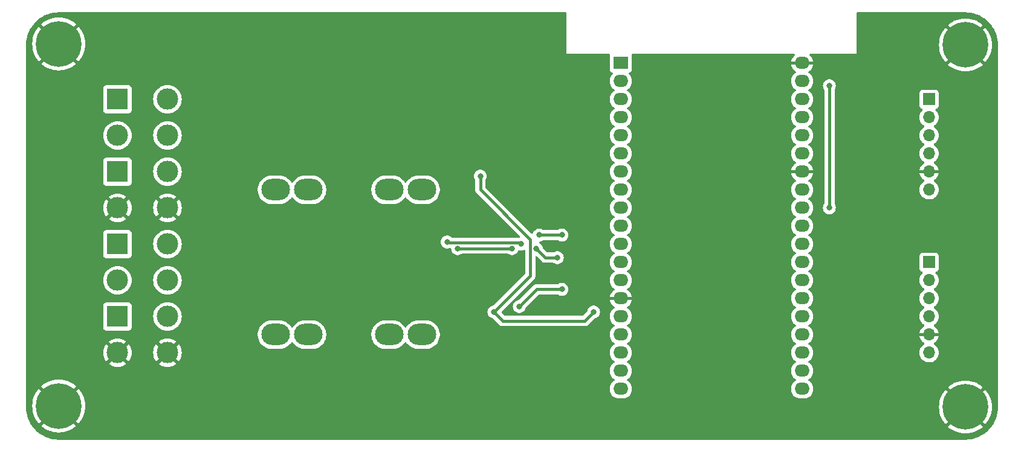
<source format=gbl>
G04 #@! TF.GenerationSoftware,KiCad,Pcbnew,8.0.7*
G04 #@! TF.CreationDate,2025-01-05T11:55:31+01:00*
G04 #@! TF.ProjectId,ADLSC,41444c53-432e-46b6-9963-61645f706362,V1.0*
G04 #@! TF.SameCoordinates,Original*
G04 #@! TF.FileFunction,Copper,L2,Bot*
G04 #@! TF.FilePolarity,Positive*
%FSLAX46Y46*%
G04 Gerber Fmt 4.6, Leading zero omitted, Abs format (unit mm)*
G04 Created by KiCad (PCBNEW 8.0.7) date 2025-01-05 11:55:31*
%MOMM*%
%LPD*%
G01*
G04 APERTURE LIST*
G04 #@! TA.AperFunction,ComponentPad*
%ADD10C,3.000000*%
G04 #@! TD*
G04 #@! TA.AperFunction,ComponentPad*
%ADD11R,3.000000X3.000000*%
G04 #@! TD*
G04 #@! TA.AperFunction,ComponentPad*
%ADD12O,4.000000X3.000000*%
G04 #@! TD*
G04 #@! TA.AperFunction,ComponentPad*
%ADD13O,1.700000X1.700000*%
G04 #@! TD*
G04 #@! TA.AperFunction,ComponentPad*
%ADD14R,1.700000X1.700000*%
G04 #@! TD*
G04 #@! TA.AperFunction,ComponentPad*
%ADD15O,2.100000X1.700000*%
G04 #@! TD*
G04 #@! TA.AperFunction,ComponentPad*
%ADD16R,2.100000X1.700000*%
G04 #@! TD*
G04 #@! TA.AperFunction,ComponentPad*
%ADD17C,0.800000*%
G04 #@! TD*
G04 #@! TA.AperFunction,ComponentPad*
%ADD18C,6.400000*%
G04 #@! TD*
G04 #@! TA.AperFunction,ViaPad*
%ADD19C,0.800000*%
G04 #@! TD*
G04 #@! TA.AperFunction,ViaPad*
%ADD20C,1.600000*%
G04 #@! TD*
G04 #@! TA.AperFunction,Conductor*
%ADD21C,0.440000*%
G04 #@! TD*
G04 APERTURE END LIST*
D10*
X20320000Y-12700000D03*
D11*
X13320000Y-12700000D03*
D10*
X20320000Y-17780000D03*
X13320000Y-17780000D03*
D12*
X35470000Y-45720000D03*
X40070000Y-45720000D03*
X51370000Y-45720000D03*
X55970000Y-45720000D03*
D10*
X13320000Y-48260000D03*
X20320000Y-48260000D03*
D11*
X13320000Y-43180000D03*
D10*
X20320000Y-43180000D03*
X13320000Y-27940000D03*
X20320000Y-27940000D03*
D11*
X13320000Y-22860000D03*
D10*
X20320000Y-22860000D03*
D13*
X127000000Y-25400000D03*
X127000000Y-22860000D03*
X127000000Y-20320000D03*
X127000000Y-17780000D03*
X127000000Y-15240000D03*
D14*
X127000000Y-12700000D03*
D12*
X35470000Y-25400000D03*
X40070000Y-25400000D03*
X51370000Y-25400000D03*
X55970000Y-25400000D03*
D15*
X109220000Y-7620000D03*
X109220000Y-10160000D03*
X109220000Y-12700000D03*
X109220000Y-15240000D03*
X109220000Y-17780000D03*
X109220000Y-20320000D03*
X109220000Y-22860000D03*
X109220000Y-25400000D03*
X109220000Y-27940000D03*
X109220000Y-30480000D03*
X109220000Y-33020000D03*
X109220000Y-35560000D03*
X109220000Y-38100000D03*
X109220000Y-40640000D03*
X109220000Y-43180000D03*
X109220000Y-45720000D03*
X109220000Y-48260000D03*
X109220000Y-50800000D03*
X109220000Y-53340000D03*
X83820000Y-53340000D03*
X83820000Y-50800000D03*
X83820000Y-48260000D03*
X83820000Y-45720000D03*
X83820000Y-43180000D03*
X83820000Y-40640000D03*
X83820000Y-38100000D03*
X83820000Y-35560000D03*
X83820000Y-33020000D03*
X83820000Y-30480000D03*
X83820000Y-27940000D03*
X83820000Y-25400000D03*
X83820000Y-22860000D03*
X83820000Y-20320000D03*
X83820000Y-17780000D03*
X83820000Y-15240000D03*
X83820000Y-12700000D03*
X83820000Y-10160000D03*
D16*
X83820000Y-7620000D03*
D17*
X129680000Y-55880000D03*
X130382944Y-54182944D03*
X130382944Y-57577056D03*
X132080000Y-53480000D03*
D18*
X132080000Y-55880000D03*
D17*
X132080000Y-58280000D03*
X133777056Y-54182944D03*
X133777056Y-57577056D03*
X134480000Y-55880000D03*
D13*
X127000000Y-48260000D03*
X127000000Y-45720000D03*
X127000000Y-43180000D03*
X127000000Y-40640000D03*
X127000000Y-38100000D03*
D14*
X127000000Y-35560000D03*
D17*
X129680000Y-5080000D03*
X130382944Y-3382944D03*
X130382944Y-6777056D03*
X132080000Y-2680000D03*
D18*
X132080000Y-5080000D03*
D17*
X132080000Y-7480000D03*
X133777056Y-3382944D03*
X133777056Y-6777056D03*
X134480000Y-5080000D03*
X2680000Y-4940000D03*
X3382944Y-3242944D03*
X3382944Y-6637056D03*
X5080000Y-2540000D03*
D18*
X5080000Y-4940000D03*
D17*
X5080000Y-7340000D03*
X6777056Y-3242944D03*
X6777056Y-6637056D03*
X7480000Y-4940000D03*
D10*
X20320000Y-33020000D03*
D11*
X13320000Y-33020000D03*
D10*
X20320000Y-38100000D03*
X13320000Y-38100000D03*
D17*
X2680000Y-55740000D03*
X3382944Y-54042944D03*
X3382944Y-57437056D03*
X5080000Y-53340000D03*
D18*
X5080000Y-55740000D03*
D17*
X5080000Y-58140000D03*
X6777056Y-54042944D03*
X6777056Y-57437056D03*
X7480000Y-55740000D03*
D19*
X111963200Y-7569200D03*
X81280000Y-50800000D03*
X81280000Y-36195000D03*
X111506000Y-18999200D03*
X52933600Y-17780000D03*
X128524000Y-31038800D03*
X22606000Y-39624000D03*
X66294000Y-37795200D03*
X22606000Y-44602400D03*
X92710000Y-39624000D03*
D20*
X86360000Y-32385000D03*
D19*
X38201600Y-35102800D03*
D20*
X66675000Y-17145000D03*
D19*
X39979600Y-32461200D03*
D20*
X86360000Y-25400000D03*
D19*
X32359600Y-40894000D03*
X32918400Y-47802800D03*
X81178400Y-17221200D03*
X56540400Y-28092400D03*
X111556800Y-13766800D03*
D20*
X59080400Y-31089600D03*
D19*
X93624400Y-7213600D03*
D20*
X75565000Y-20955000D03*
D19*
X71755000Y-30480000D03*
D20*
X46990000Y-10160000D03*
D19*
X106476800Y-7620000D03*
X45415200Y-25247600D03*
X22606000Y-36576000D03*
X86563200Y-40944800D03*
X32054800Y-30124400D03*
X73660000Y-36830000D03*
X52882800Y-43332400D03*
D20*
X86995000Y-10160000D03*
X46990000Y-12700000D03*
D19*
X21590000Y-8890000D03*
X115011200Y-11226800D03*
D20*
X43180000Y-10160000D03*
D19*
X55981600Y-41960800D03*
X40538400Y-36118800D03*
X27051000Y-23749000D03*
X63601600Y-45923200D03*
X72390000Y-42545000D03*
X55778400Y-35356800D03*
D20*
X52705000Y-10160000D03*
D19*
X57556400Y-13360400D03*
X106680000Y-36576000D03*
X38811200Y-41706800D03*
X16510000Y-39420800D03*
X115163600Y-18542000D03*
X50393600Y-31851600D03*
D20*
X98425000Y-34925000D03*
D19*
X106781600Y-39674800D03*
D20*
X75565000Y-27940000D03*
X59690000Y-17145000D03*
D19*
X114960400Y-13665200D03*
X73660000Y-45720000D03*
X124561600Y-19050000D03*
X85801200Y-36830000D03*
X121056400Y-21691600D03*
X37642800Y-5689600D03*
X31394400Y-33020000D03*
D20*
X45085000Y-15240000D03*
D19*
X52476400Y-7213600D03*
D20*
X80645000Y-7620000D03*
D19*
X129286000Y-45669200D03*
D20*
X93345000Y-20955000D03*
D19*
X92506800Y-36474400D03*
X86258400Y-17424400D03*
D20*
X48895000Y-15240000D03*
D19*
X101498400Y-11125200D03*
D20*
X48895000Y-10160000D03*
X41275000Y-10160000D03*
X74295000Y-17145000D03*
D19*
X63296800Y-26619200D03*
X101498400Y-14528800D03*
X37592000Y-2641600D03*
X26670000Y-15240000D03*
X115316000Y-23368000D03*
D20*
X105410000Y-16510000D03*
D19*
X10160000Y-15240000D03*
X42824400Y-44043600D03*
D20*
X45085000Y-10160000D03*
X59690000Y-39370000D03*
D19*
X132486400Y-45720000D03*
X26670000Y-47625000D03*
X78435200Y-35458400D03*
X123139200Y-16408400D03*
X52527200Y-2590800D03*
X19050000Y-8890000D03*
X80213200Y-44653200D03*
D20*
X43180000Y-15240000D03*
D19*
X28803600Y-36017200D03*
X7620000Y-8890000D03*
D20*
X46990000Y-15240000D03*
X48895000Y-12700000D03*
D19*
X11430000Y-8890000D03*
X111658400Y-32613600D03*
X132588000Y-30226000D03*
X69596000Y-41783000D03*
X75565000Y-39370000D03*
X64135000Y-23495000D03*
X66040000Y-42545000D03*
X80010000Y-42545000D03*
X113030000Y-27940000D03*
X113030000Y-10795000D03*
X59486800Y-32715200D03*
X75565000Y-31750000D03*
X72390000Y-31750000D03*
X69850000Y-33020000D03*
X60960000Y-33655000D03*
X74930000Y-34925000D03*
X68580000Y-33655000D03*
X71990000Y-33655000D03*
D21*
X72009000Y-39370000D02*
X69596000Y-41783000D01*
X75565000Y-39370000D02*
X72009000Y-39370000D01*
X67310000Y-43815000D02*
X78740000Y-43815000D01*
X78740000Y-43815000D02*
X80010000Y-42545000D01*
X71120000Y-37465000D02*
X66040000Y-42545000D01*
X66040000Y-42545000D02*
X67310000Y-43815000D01*
X64135000Y-23495000D02*
X64135000Y-25360366D01*
X64135000Y-25360366D02*
X71120000Y-32345366D01*
X71120000Y-32345366D02*
X71120000Y-37465000D01*
X113030000Y-10795000D02*
X113030000Y-27940000D01*
X59606600Y-32835000D02*
X69665000Y-32835000D01*
X69665000Y-32835000D02*
X69850000Y-33020000D01*
X59486800Y-32715200D02*
X59606600Y-32835000D01*
X75565000Y-31750000D02*
X72390000Y-31750000D01*
X60960000Y-33655000D02*
X68580000Y-33655000D01*
X74930000Y-34925000D02*
X73260000Y-34925000D01*
X73260000Y-34925000D02*
X71990000Y-33655000D01*
G04 #@! TA.AperFunction,Conductor*
G36*
X76143039Y-520185D02*
G01*
X76188794Y-572989D01*
X76200000Y-624500D01*
X76200000Y-6350000D01*
X82214227Y-6350000D01*
X82281266Y-6369685D01*
X82327021Y-6422489D01*
X82336965Y-6491647D01*
X82327915Y-6518841D01*
X82329303Y-6519359D01*
X82275908Y-6662517D01*
X82274029Y-6680000D01*
X82269501Y-6722123D01*
X82269500Y-6722135D01*
X82269500Y-8517870D01*
X82269501Y-8517876D01*
X82275908Y-8577483D01*
X82326202Y-8712328D01*
X82326206Y-8712335D01*
X82412452Y-8827544D01*
X82412455Y-8827547D01*
X82527664Y-8913793D01*
X82527671Y-8913797D01*
X82659082Y-8962810D01*
X82715016Y-9004681D01*
X82739433Y-9070145D01*
X82724582Y-9138418D01*
X82703431Y-9166673D01*
X82589889Y-9280215D01*
X82464951Y-9452179D01*
X82368444Y-9641585D01*
X82302753Y-9843760D01*
X82269500Y-10053713D01*
X82269500Y-10266286D01*
X82294910Y-10426722D01*
X82302754Y-10476243D01*
X82345155Y-10606740D01*
X82368444Y-10678414D01*
X82464951Y-10867820D01*
X82589890Y-11039786D01*
X82740213Y-11190109D01*
X82912182Y-11315050D01*
X82920946Y-11319516D01*
X82971742Y-11367491D01*
X82988536Y-11435312D01*
X82965998Y-11501447D01*
X82920946Y-11540484D01*
X82912182Y-11544949D01*
X82740213Y-11669890D01*
X82589890Y-11820213D01*
X82464951Y-11992179D01*
X82368444Y-12181585D01*
X82302753Y-12383760D01*
X82269500Y-12593713D01*
X82269500Y-12806286D01*
X82302753Y-13016239D01*
X82368444Y-13218414D01*
X82464951Y-13407820D01*
X82589890Y-13579786D01*
X82740213Y-13730109D01*
X82912182Y-13855050D01*
X82920946Y-13859516D01*
X82971742Y-13907491D01*
X82988536Y-13975312D01*
X82965998Y-14041447D01*
X82920946Y-14080484D01*
X82912182Y-14084949D01*
X82740213Y-14209890D01*
X82589890Y-14360213D01*
X82464951Y-14532179D01*
X82368444Y-14721585D01*
X82302753Y-14923760D01*
X82289952Y-15004586D01*
X82269500Y-15133713D01*
X82269500Y-15346287D01*
X82302754Y-15556243D01*
X82350654Y-15703664D01*
X82368444Y-15758414D01*
X82464951Y-15947820D01*
X82589890Y-16119786D01*
X82740213Y-16270109D01*
X82912182Y-16395050D01*
X82920946Y-16399516D01*
X82971742Y-16447491D01*
X82988536Y-16515312D01*
X82965998Y-16581447D01*
X82920946Y-16620484D01*
X82912182Y-16624949D01*
X82740213Y-16749890D01*
X82589890Y-16900213D01*
X82464951Y-17072179D01*
X82368444Y-17261585D01*
X82302753Y-17463760D01*
X82297874Y-17494566D01*
X82269500Y-17673713D01*
X82269500Y-17886287D01*
X82302754Y-18096243D01*
X82350654Y-18243664D01*
X82368444Y-18298414D01*
X82464951Y-18487820D01*
X82589890Y-18659786D01*
X82740213Y-18810109D01*
X82912182Y-18935050D01*
X82920946Y-18939516D01*
X82971742Y-18987491D01*
X82988536Y-19055312D01*
X82965998Y-19121447D01*
X82920946Y-19160484D01*
X82912182Y-19164949D01*
X82740213Y-19289890D01*
X82589890Y-19440213D01*
X82464951Y-19612179D01*
X82368444Y-19801585D01*
X82302753Y-20003760D01*
X82289952Y-20084586D01*
X82269500Y-20213713D01*
X82269500Y-20426287D01*
X82302754Y-20636243D01*
X82350654Y-20783664D01*
X82368444Y-20838414D01*
X82464951Y-21027820D01*
X82589890Y-21199786D01*
X82740213Y-21350109D01*
X82912182Y-21475050D01*
X82920946Y-21479516D01*
X82971742Y-21527491D01*
X82988536Y-21595312D01*
X82965998Y-21661447D01*
X82920946Y-21700484D01*
X82912182Y-21704949D01*
X82740213Y-21829890D01*
X82589890Y-21980213D01*
X82464951Y-22152179D01*
X82368444Y-22341585D01*
X82302753Y-22543760D01*
X82269500Y-22753713D01*
X82269500Y-22966286D01*
X82294910Y-23126722D01*
X82302754Y-23176243D01*
X82350598Y-23323492D01*
X82368444Y-23378414D01*
X82464951Y-23567820D01*
X82589890Y-23739786D01*
X82740213Y-23890109D01*
X82912182Y-24015050D01*
X82920946Y-24019516D01*
X82971742Y-24067491D01*
X82988536Y-24135312D01*
X82965998Y-24201447D01*
X82920946Y-24240484D01*
X82912182Y-24244949D01*
X82740213Y-24369890D01*
X82589890Y-24520213D01*
X82464951Y-24692179D01*
X82368444Y-24881585D01*
X82302753Y-25083760D01*
X82269500Y-25293713D01*
X82269500Y-25506286D01*
X82300441Y-25701644D01*
X82302754Y-25716243D01*
X82350654Y-25863664D01*
X82368444Y-25918414D01*
X82464951Y-26107820D01*
X82589890Y-26279786D01*
X82740213Y-26430109D01*
X82912182Y-26555050D01*
X82920946Y-26559516D01*
X82971742Y-26607491D01*
X82988536Y-26675312D01*
X82965998Y-26741447D01*
X82920946Y-26780484D01*
X82912182Y-26784949D01*
X82740213Y-26909890D01*
X82589890Y-27060213D01*
X82464951Y-27232179D01*
X82368444Y-27421585D01*
X82302753Y-27623760D01*
X82297863Y-27654637D01*
X82269500Y-27833713D01*
X82269500Y-28046287D01*
X82302754Y-28256243D01*
X82357415Y-28424472D01*
X82368444Y-28458414D01*
X82464951Y-28647820D01*
X82589890Y-28819786D01*
X82740213Y-28970109D01*
X82912182Y-29095050D01*
X82920946Y-29099516D01*
X82971742Y-29147491D01*
X82988536Y-29215312D01*
X82965998Y-29281447D01*
X82920946Y-29320484D01*
X82912182Y-29324949D01*
X82740213Y-29449890D01*
X82589890Y-29600213D01*
X82464951Y-29772179D01*
X82368444Y-29961585D01*
X82302753Y-30163760D01*
X82269500Y-30373713D01*
X82269500Y-30586287D01*
X82302754Y-30796243D01*
X82357863Y-30965851D01*
X82368444Y-30998414D01*
X82464951Y-31187820D01*
X82589890Y-31359786D01*
X82740213Y-31510109D01*
X82912182Y-31635050D01*
X82920946Y-31639516D01*
X82971742Y-31687491D01*
X82988536Y-31755312D01*
X82965998Y-31821447D01*
X82920946Y-31860484D01*
X82912182Y-31864949D01*
X82740213Y-31989890D01*
X82589890Y-32140213D01*
X82464951Y-32312179D01*
X82368444Y-32501585D01*
X82302753Y-32703760D01*
X82269500Y-32913713D01*
X82269500Y-33126286D01*
X82294910Y-33286722D01*
X82302754Y-33336243D01*
X82355751Y-33499351D01*
X82368444Y-33538414D01*
X82464951Y-33727820D01*
X82589890Y-33899786D01*
X82740213Y-34050109D01*
X82912182Y-34175050D01*
X82920946Y-34179516D01*
X82971742Y-34227491D01*
X82988536Y-34295312D01*
X82965998Y-34361447D01*
X82920946Y-34400484D01*
X82912182Y-34404949D01*
X82740213Y-34529890D01*
X82589890Y-34680213D01*
X82464951Y-34852179D01*
X82368444Y-35041585D01*
X82302753Y-35243760D01*
X82269500Y-35453713D01*
X82269500Y-35666286D01*
X82302753Y-35876239D01*
X82368444Y-36078414D01*
X82464951Y-36267820D01*
X82589890Y-36439786D01*
X82740213Y-36590109D01*
X82912182Y-36715050D01*
X82920946Y-36719516D01*
X82971742Y-36767491D01*
X82988536Y-36835312D01*
X82965998Y-36901447D01*
X82920946Y-36940484D01*
X82912182Y-36944949D01*
X82740213Y-37069890D01*
X82589890Y-37220213D01*
X82464951Y-37392179D01*
X82368444Y-37581585D01*
X82302753Y-37783760D01*
X82280495Y-37924292D01*
X82269500Y-37993713D01*
X82269500Y-38206287D01*
X82302754Y-38416243D01*
X82357863Y-38585851D01*
X82368444Y-38618414D01*
X82464951Y-38807820D01*
X82589890Y-38979786D01*
X82740213Y-39130109D01*
X82912179Y-39255048D01*
X82912181Y-39255049D01*
X82912184Y-39255051D01*
X82921493Y-39259794D01*
X82972290Y-39307766D01*
X82989087Y-39375587D01*
X82966552Y-39441722D01*
X82921502Y-39480762D01*
X82912443Y-39485378D01*
X82740540Y-39610272D01*
X82740535Y-39610276D01*
X82590276Y-39760535D01*
X82590272Y-39760540D01*
X82465379Y-39932442D01*
X82368904Y-40121782D01*
X82303242Y-40323870D01*
X82303242Y-40323873D01*
X82292769Y-40390000D01*
X83386988Y-40390000D01*
X83354075Y-40447007D01*
X83320000Y-40574174D01*
X83320000Y-40705826D01*
X83354075Y-40832993D01*
X83386988Y-40890000D01*
X82292769Y-40890000D01*
X82303242Y-40956126D01*
X82303242Y-40956129D01*
X82368904Y-41158217D01*
X82465379Y-41347557D01*
X82590272Y-41519459D01*
X82590276Y-41519464D01*
X82740535Y-41669723D01*
X82740540Y-41669727D01*
X82912444Y-41794622D01*
X82921495Y-41799234D01*
X82972292Y-41847208D01*
X82989087Y-41915029D01*
X82966550Y-41981164D01*
X82921499Y-42020202D01*
X82912182Y-42024949D01*
X82740213Y-42149890D01*
X82589890Y-42300213D01*
X82464951Y-42472179D01*
X82368444Y-42661585D01*
X82302753Y-42863760D01*
X82269500Y-43073713D01*
X82269500Y-43286286D01*
X82288483Y-43406144D01*
X82302754Y-43496243D01*
X82350654Y-43643664D01*
X82368444Y-43698414D01*
X82464951Y-43887820D01*
X82589890Y-44059786D01*
X82740213Y-44210109D01*
X82912182Y-44335050D01*
X82920946Y-44339516D01*
X82971742Y-44387491D01*
X82988536Y-44455312D01*
X82965998Y-44521447D01*
X82920946Y-44560484D01*
X82912182Y-44564949D01*
X82740213Y-44689890D01*
X82589890Y-44840213D01*
X82464951Y-45012179D01*
X82368444Y-45201585D01*
X82302753Y-45403760D01*
X82301291Y-45412993D01*
X82269500Y-45613713D01*
X82269500Y-45826287D01*
X82302754Y-46036243D01*
X82350598Y-46183492D01*
X82368444Y-46238414D01*
X82464951Y-46427820D01*
X82589890Y-46599786D01*
X82740213Y-46750109D01*
X82912182Y-46875050D01*
X82920946Y-46879516D01*
X82971742Y-46927491D01*
X82988536Y-46995312D01*
X82965998Y-47061447D01*
X82920946Y-47100484D01*
X82912182Y-47104949D01*
X82740213Y-47229890D01*
X82589890Y-47380213D01*
X82464951Y-47552179D01*
X82368444Y-47741585D01*
X82302753Y-47943760D01*
X82297863Y-47974637D01*
X82269500Y-48153713D01*
X82269500Y-48366287D01*
X82302754Y-48576243D01*
X82357415Y-48744472D01*
X82368444Y-48778414D01*
X82464951Y-48967820D01*
X82589890Y-49139786D01*
X82740213Y-49290109D01*
X82912182Y-49415050D01*
X82920946Y-49419516D01*
X82971742Y-49467491D01*
X82988536Y-49535312D01*
X82965998Y-49601447D01*
X82920946Y-49640484D01*
X82912182Y-49644949D01*
X82740213Y-49769890D01*
X82589890Y-49920213D01*
X82464951Y-50092179D01*
X82368444Y-50281585D01*
X82302753Y-50483760D01*
X82269500Y-50693713D01*
X82269500Y-50906286D01*
X82302753Y-51116239D01*
X82368444Y-51318414D01*
X82464951Y-51507820D01*
X82589890Y-51679786D01*
X82740213Y-51830109D01*
X82912182Y-51955050D01*
X82920946Y-51959516D01*
X82971742Y-52007491D01*
X82988536Y-52075312D01*
X82965998Y-52141447D01*
X82920946Y-52180484D01*
X82912182Y-52184949D01*
X82740213Y-52309890D01*
X82589890Y-52460213D01*
X82464951Y-52632179D01*
X82368444Y-52821585D01*
X82302753Y-53023760D01*
X82292088Y-53091096D01*
X82269500Y-53233713D01*
X82269500Y-53446287D01*
X82302754Y-53656243D01*
X82317688Y-53702206D01*
X82368444Y-53858414D01*
X82464951Y-54047820D01*
X82589890Y-54219786D01*
X82740213Y-54370109D01*
X82912179Y-54495048D01*
X82912181Y-54495049D01*
X82912184Y-54495051D01*
X83101588Y-54591557D01*
X83303757Y-54657246D01*
X83513713Y-54690500D01*
X83513714Y-54690500D01*
X84126286Y-54690500D01*
X84126287Y-54690500D01*
X84336243Y-54657246D01*
X84538412Y-54591557D01*
X84727816Y-54495051D01*
X84749789Y-54479086D01*
X84899786Y-54370109D01*
X84899788Y-54370106D01*
X84899792Y-54370104D01*
X85050104Y-54219792D01*
X85050106Y-54219788D01*
X85050109Y-54219786D01*
X85175048Y-54047820D01*
X85175047Y-54047820D01*
X85175051Y-54047816D01*
X85271557Y-53858412D01*
X85337246Y-53656243D01*
X85370500Y-53446287D01*
X85370500Y-53233713D01*
X85337246Y-53023757D01*
X85271557Y-52821588D01*
X85175051Y-52632184D01*
X85175049Y-52632181D01*
X85175048Y-52632179D01*
X85050109Y-52460213D01*
X84899786Y-52309890D01*
X84727820Y-52184951D01*
X84727115Y-52184591D01*
X84719054Y-52180485D01*
X84668259Y-52132512D01*
X84651463Y-52064692D01*
X84673999Y-51998556D01*
X84719054Y-51959515D01*
X84727816Y-51955051D01*
X84749789Y-51939086D01*
X84899786Y-51830109D01*
X84899788Y-51830106D01*
X84899792Y-51830104D01*
X85050104Y-51679792D01*
X85050106Y-51679788D01*
X85050109Y-51679786D01*
X85175048Y-51507820D01*
X85175047Y-51507820D01*
X85175051Y-51507816D01*
X85271557Y-51318412D01*
X85337246Y-51116243D01*
X85370500Y-50906287D01*
X85370500Y-50693713D01*
X85337246Y-50483757D01*
X85271557Y-50281588D01*
X85175051Y-50092184D01*
X85175049Y-50092181D01*
X85175048Y-50092179D01*
X85050109Y-49920213D01*
X84899786Y-49769890D01*
X84727820Y-49644951D01*
X84727115Y-49644591D01*
X84719054Y-49640485D01*
X84668259Y-49592512D01*
X84651463Y-49524692D01*
X84673999Y-49458556D01*
X84719054Y-49419515D01*
X84727816Y-49415051D01*
X84825547Y-49344046D01*
X84899786Y-49290109D01*
X84899788Y-49290106D01*
X84899792Y-49290104D01*
X85050104Y-49139792D01*
X85050106Y-49139788D01*
X85050109Y-49139786D01*
X85175048Y-48967820D01*
X85175047Y-48967820D01*
X85175051Y-48967816D01*
X85271557Y-48778412D01*
X85337246Y-48576243D01*
X85370500Y-48366287D01*
X85370500Y-48153713D01*
X85337246Y-47943757D01*
X85271557Y-47741588D01*
X85175051Y-47552184D01*
X85175049Y-47552181D01*
X85175048Y-47552179D01*
X85050109Y-47380213D01*
X84899786Y-47229890D01*
X84727820Y-47104951D01*
X84727115Y-47104591D01*
X84719054Y-47100485D01*
X84668259Y-47052512D01*
X84651463Y-46984692D01*
X84673999Y-46918556D01*
X84719054Y-46879515D01*
X84727816Y-46875051D01*
X84784587Y-46833805D01*
X84899786Y-46750109D01*
X84899788Y-46750106D01*
X84899792Y-46750104D01*
X85050104Y-46599792D01*
X85050106Y-46599788D01*
X85050109Y-46599786D01*
X85175048Y-46427820D01*
X85175047Y-46427820D01*
X85175051Y-46427816D01*
X85271557Y-46238412D01*
X85337246Y-46036243D01*
X85370500Y-45826287D01*
X85370500Y-45613713D01*
X85337246Y-45403757D01*
X85271557Y-45201588D01*
X85175051Y-45012184D01*
X85175049Y-45012181D01*
X85175048Y-45012179D01*
X85050109Y-44840213D01*
X84899786Y-44689890D01*
X84727820Y-44564951D01*
X84727115Y-44564591D01*
X84719054Y-44560485D01*
X84668259Y-44512512D01*
X84651463Y-44444692D01*
X84673999Y-44378556D01*
X84719054Y-44339515D01*
X84727816Y-44335051D01*
X84749789Y-44319086D01*
X84899786Y-44210109D01*
X84899788Y-44210106D01*
X84899792Y-44210104D01*
X85050104Y-44059792D01*
X85050106Y-44059788D01*
X85050109Y-44059786D01*
X85175048Y-43887820D01*
X85175047Y-43887820D01*
X85175051Y-43887816D01*
X85271557Y-43698412D01*
X85337246Y-43496243D01*
X85370500Y-43286287D01*
X85370500Y-43073713D01*
X85337246Y-42863757D01*
X85271557Y-42661588D01*
X85175051Y-42472184D01*
X85175049Y-42472181D01*
X85175048Y-42472179D01*
X85050109Y-42300213D01*
X84899786Y-42149890D01*
X84727817Y-42024949D01*
X84718504Y-42020204D01*
X84667707Y-41972230D01*
X84650912Y-41904409D01*
X84673449Y-41838274D01*
X84718507Y-41799232D01*
X84727558Y-41794620D01*
X84899459Y-41669727D01*
X84899464Y-41669723D01*
X85049723Y-41519464D01*
X85049727Y-41519459D01*
X85174620Y-41347557D01*
X85271095Y-41158217D01*
X85336757Y-40956129D01*
X85336757Y-40956126D01*
X85347231Y-40890000D01*
X84253012Y-40890000D01*
X84285925Y-40832993D01*
X84320000Y-40705826D01*
X84320000Y-40574174D01*
X84285925Y-40447007D01*
X84253012Y-40390000D01*
X85347231Y-40390000D01*
X85336757Y-40323873D01*
X85336757Y-40323870D01*
X85271095Y-40121782D01*
X85174620Y-39932442D01*
X85049727Y-39760540D01*
X85049723Y-39760535D01*
X84899464Y-39610276D01*
X84899459Y-39610272D01*
X84727555Y-39485377D01*
X84718500Y-39480763D01*
X84667706Y-39432788D01*
X84650912Y-39364966D01*
X84673451Y-39298832D01*
X84718508Y-39259793D01*
X84727816Y-39255051D01*
X84825174Y-39184317D01*
X84899786Y-39130109D01*
X84899788Y-39130106D01*
X84899792Y-39130104D01*
X85050104Y-38979792D01*
X85050106Y-38979788D01*
X85050109Y-38979786D01*
X85159086Y-38829789D01*
X85175051Y-38807816D01*
X85271557Y-38618412D01*
X85337246Y-38416243D01*
X85370500Y-38206287D01*
X85370500Y-37993713D01*
X85337246Y-37783757D01*
X85271557Y-37581588D01*
X85175051Y-37392184D01*
X85175049Y-37392181D01*
X85175048Y-37392179D01*
X85050109Y-37220213D01*
X84899786Y-37069890D01*
X84727820Y-36944951D01*
X84727115Y-36944591D01*
X84719054Y-36940485D01*
X84668259Y-36892512D01*
X84651463Y-36824692D01*
X84673999Y-36758556D01*
X84719054Y-36719515D01*
X84727816Y-36715051D01*
X84814138Y-36652335D01*
X84899786Y-36590109D01*
X84899788Y-36590106D01*
X84899792Y-36590104D01*
X85050104Y-36439792D01*
X85050106Y-36439788D01*
X85050109Y-36439786D01*
X85175048Y-36267820D01*
X85175047Y-36267820D01*
X85175051Y-36267816D01*
X85271557Y-36078412D01*
X85337246Y-35876243D01*
X85370500Y-35666287D01*
X85370500Y-35453713D01*
X85337246Y-35243757D01*
X85271557Y-35041588D01*
X85175051Y-34852184D01*
X85175049Y-34852181D01*
X85175048Y-34852179D01*
X85050109Y-34680213D01*
X84899786Y-34529890D01*
X84727820Y-34404951D01*
X84727115Y-34404591D01*
X84719054Y-34400485D01*
X84668259Y-34352512D01*
X84651463Y-34284692D01*
X84673999Y-34218556D01*
X84719054Y-34179515D01*
X84727816Y-34175051D01*
X84825174Y-34104317D01*
X84899786Y-34050109D01*
X84899788Y-34050106D01*
X84899792Y-34050104D01*
X85050104Y-33899792D01*
X85050106Y-33899788D01*
X85050109Y-33899786D01*
X85175048Y-33727820D01*
X85175047Y-33727820D01*
X85175051Y-33727816D01*
X85271557Y-33538412D01*
X85337246Y-33336243D01*
X85370500Y-33126287D01*
X85370500Y-32913713D01*
X85337246Y-32703757D01*
X85271557Y-32501588D01*
X85175051Y-32312184D01*
X85175049Y-32312181D01*
X85175048Y-32312179D01*
X85050109Y-32140213D01*
X84899786Y-31989890D01*
X84727820Y-31864951D01*
X84727115Y-31864591D01*
X84719054Y-31860485D01*
X84668259Y-31812512D01*
X84651463Y-31744692D01*
X84673999Y-31678556D01*
X84719054Y-31639515D01*
X84727816Y-31635051D01*
X84749789Y-31619086D01*
X84899786Y-31510109D01*
X84899788Y-31510106D01*
X84899792Y-31510104D01*
X85050104Y-31359792D01*
X85050106Y-31359788D01*
X85050109Y-31359786D01*
X85175048Y-31187820D01*
X85175047Y-31187820D01*
X85175051Y-31187816D01*
X85271557Y-30998412D01*
X85337246Y-30796243D01*
X85370500Y-30586287D01*
X85370500Y-30373713D01*
X85337246Y-30163757D01*
X85271557Y-29961588D01*
X85175051Y-29772184D01*
X85175049Y-29772181D01*
X85175048Y-29772179D01*
X85050109Y-29600213D01*
X84899786Y-29449890D01*
X84727820Y-29324951D01*
X84727115Y-29324591D01*
X84719054Y-29320485D01*
X84668259Y-29272512D01*
X84651463Y-29204692D01*
X84673999Y-29138556D01*
X84719054Y-29099515D01*
X84727816Y-29095051D01*
X84825547Y-29024046D01*
X84899786Y-28970109D01*
X84899788Y-28970106D01*
X84899792Y-28970104D01*
X85050104Y-28819792D01*
X85050106Y-28819788D01*
X85050109Y-28819786D01*
X85175048Y-28647820D01*
X85175047Y-28647820D01*
X85175051Y-28647816D01*
X85271557Y-28458412D01*
X85337246Y-28256243D01*
X85370500Y-28046287D01*
X85370500Y-27833713D01*
X85337246Y-27623757D01*
X85271557Y-27421588D01*
X85175051Y-27232184D01*
X85175049Y-27232181D01*
X85175048Y-27232179D01*
X85050109Y-27060213D01*
X84899786Y-26909890D01*
X84727820Y-26784951D01*
X84727115Y-26784591D01*
X84719054Y-26780485D01*
X84668259Y-26732512D01*
X84651463Y-26664692D01*
X84673999Y-26598556D01*
X84719054Y-26559515D01*
X84727816Y-26555051D01*
X84784587Y-26513805D01*
X84899786Y-26430109D01*
X84899788Y-26430106D01*
X84899792Y-26430104D01*
X85050104Y-26279792D01*
X85050106Y-26279788D01*
X85050109Y-26279786D01*
X85175048Y-26107820D01*
X85175047Y-26107820D01*
X85175051Y-26107816D01*
X85271557Y-25918412D01*
X85337246Y-25716243D01*
X85370500Y-25506287D01*
X85370500Y-25293713D01*
X85337246Y-25083757D01*
X85271557Y-24881588D01*
X85175051Y-24692184D01*
X85175049Y-24692181D01*
X85175048Y-24692179D01*
X85050109Y-24520213D01*
X84899786Y-24369890D01*
X84727820Y-24244951D01*
X84727115Y-24244591D01*
X84719054Y-24240485D01*
X84668259Y-24192512D01*
X84651463Y-24124692D01*
X84673999Y-24058556D01*
X84719054Y-24019515D01*
X84727816Y-24015051D01*
X84825174Y-23944317D01*
X84899786Y-23890109D01*
X84899788Y-23890106D01*
X84899792Y-23890104D01*
X85050104Y-23739792D01*
X85050106Y-23739788D01*
X85050109Y-23739786D01*
X85175048Y-23567820D01*
X85175047Y-23567820D01*
X85175051Y-23567816D01*
X85271557Y-23378412D01*
X85337246Y-23176243D01*
X85370500Y-22966287D01*
X85370500Y-22753713D01*
X85337246Y-22543757D01*
X85271557Y-22341588D01*
X85175051Y-22152184D01*
X85175049Y-22152181D01*
X85175048Y-22152179D01*
X85050109Y-21980213D01*
X84899786Y-21829890D01*
X84727820Y-21704951D01*
X84719600Y-21700763D01*
X84719054Y-21700485D01*
X84668259Y-21652512D01*
X84651463Y-21584692D01*
X84673999Y-21518556D01*
X84719054Y-21479515D01*
X84727816Y-21475051D01*
X84888239Y-21358498D01*
X84899786Y-21350109D01*
X84899788Y-21350106D01*
X84899792Y-21350104D01*
X85050104Y-21199792D01*
X85050106Y-21199788D01*
X85050109Y-21199786D01*
X85175048Y-21027820D01*
X85175047Y-21027820D01*
X85175051Y-21027816D01*
X85271557Y-20838412D01*
X85337246Y-20636243D01*
X85370500Y-20426287D01*
X85370500Y-20213713D01*
X85337246Y-20003757D01*
X85271557Y-19801588D01*
X85175051Y-19612184D01*
X85175049Y-19612181D01*
X85175048Y-19612179D01*
X85050109Y-19440213D01*
X84899786Y-19289890D01*
X84727820Y-19164951D01*
X84727115Y-19164591D01*
X84719054Y-19160485D01*
X84668259Y-19112512D01*
X84651463Y-19044692D01*
X84673999Y-18978556D01*
X84719054Y-18939515D01*
X84727816Y-18935051D01*
X84825174Y-18864317D01*
X84899786Y-18810109D01*
X84899788Y-18810106D01*
X84899792Y-18810104D01*
X85050104Y-18659792D01*
X85050106Y-18659788D01*
X85050109Y-18659786D01*
X85175048Y-18487820D01*
X85175047Y-18487820D01*
X85175051Y-18487816D01*
X85271557Y-18298412D01*
X85337246Y-18096243D01*
X85370500Y-17886287D01*
X85370500Y-17673713D01*
X85337246Y-17463757D01*
X85271557Y-17261588D01*
X85175051Y-17072184D01*
X85175049Y-17072181D01*
X85175048Y-17072179D01*
X85050109Y-16900213D01*
X84899786Y-16749890D01*
X84727820Y-16624951D01*
X84727115Y-16624591D01*
X84719054Y-16620485D01*
X84668259Y-16572512D01*
X84651463Y-16504692D01*
X84673999Y-16438556D01*
X84719054Y-16399515D01*
X84727816Y-16395051D01*
X84888239Y-16278498D01*
X84899786Y-16270109D01*
X84899788Y-16270106D01*
X84899792Y-16270104D01*
X85050104Y-16119792D01*
X85050106Y-16119788D01*
X85050109Y-16119786D01*
X85175048Y-15947820D01*
X85175047Y-15947820D01*
X85175051Y-15947816D01*
X85271557Y-15758412D01*
X85337246Y-15556243D01*
X85370500Y-15346287D01*
X85370500Y-15133713D01*
X85337246Y-14923757D01*
X85271557Y-14721588D01*
X85175051Y-14532184D01*
X85175049Y-14532181D01*
X85175048Y-14532179D01*
X85050109Y-14360213D01*
X84899786Y-14209890D01*
X84727820Y-14084951D01*
X84727115Y-14084591D01*
X84719054Y-14080485D01*
X84668259Y-14032512D01*
X84651463Y-13964692D01*
X84673999Y-13898556D01*
X84719054Y-13859515D01*
X84727816Y-13855051D01*
X84814138Y-13792335D01*
X84899786Y-13730109D01*
X84899788Y-13730106D01*
X84899792Y-13730104D01*
X85050104Y-13579792D01*
X85050106Y-13579788D01*
X85050109Y-13579786D01*
X85175048Y-13407820D01*
X85175047Y-13407820D01*
X85175051Y-13407816D01*
X85271557Y-13218412D01*
X85337246Y-13016243D01*
X85370500Y-12806287D01*
X85370500Y-12593713D01*
X85337246Y-12383757D01*
X85271557Y-12181588D01*
X85175051Y-11992184D01*
X85175049Y-11992181D01*
X85175048Y-11992179D01*
X85050109Y-11820213D01*
X84899786Y-11669890D01*
X84727820Y-11544951D01*
X84727115Y-11544591D01*
X84719054Y-11540485D01*
X84668259Y-11492512D01*
X84651463Y-11424692D01*
X84673999Y-11358556D01*
X84719054Y-11319515D01*
X84727816Y-11315051D01*
X84749789Y-11299086D01*
X84899786Y-11190109D01*
X84899788Y-11190106D01*
X84899792Y-11190104D01*
X85050104Y-11039792D01*
X85050106Y-11039788D01*
X85050109Y-11039786D01*
X85175048Y-10867820D01*
X85175047Y-10867820D01*
X85175051Y-10867816D01*
X85271557Y-10678412D01*
X85337246Y-10476243D01*
X85370500Y-10266287D01*
X85370500Y-10053713D01*
X85337246Y-9843757D01*
X85271557Y-9641588D01*
X85175051Y-9452184D01*
X85175049Y-9452181D01*
X85175048Y-9452179D01*
X85050109Y-9280213D01*
X84936569Y-9166673D01*
X84903084Y-9105350D01*
X84908068Y-9035658D01*
X84949940Y-8979725D01*
X84980915Y-8962810D01*
X85112331Y-8913796D01*
X85227546Y-8827546D01*
X85313796Y-8712331D01*
X85364091Y-8577483D01*
X85370500Y-8517873D01*
X85370499Y-6722128D01*
X85364091Y-6662517D01*
X85335923Y-6586994D01*
X85310697Y-6519359D01*
X85313639Y-6518261D01*
X85302090Y-6465141D01*
X85326514Y-6399679D01*
X85382452Y-6357814D01*
X85425773Y-6350000D01*
X108089615Y-6350000D01*
X108156654Y-6369685D01*
X108202409Y-6422489D01*
X108212353Y-6491647D01*
X108183328Y-6555203D01*
X108162500Y-6574319D01*
X108140533Y-6590278D01*
X107990276Y-6740535D01*
X107990272Y-6740540D01*
X107865379Y-6912442D01*
X107768904Y-7101782D01*
X107703242Y-7303870D01*
X107703242Y-7303873D01*
X107692769Y-7370000D01*
X108786988Y-7370000D01*
X108754075Y-7427007D01*
X108720000Y-7554174D01*
X108720000Y-7685826D01*
X108754075Y-7812993D01*
X108786988Y-7870000D01*
X107692769Y-7870000D01*
X107703242Y-7936126D01*
X107703242Y-7936129D01*
X107768904Y-8138217D01*
X107865379Y-8327557D01*
X107990272Y-8499459D01*
X107990276Y-8499464D01*
X108140535Y-8649723D01*
X108140540Y-8649727D01*
X108312444Y-8774622D01*
X108321495Y-8779234D01*
X108372292Y-8827208D01*
X108389087Y-8895029D01*
X108366550Y-8961164D01*
X108321499Y-9000202D01*
X108312182Y-9004949D01*
X108140213Y-9129890D01*
X107989890Y-9280213D01*
X107864951Y-9452179D01*
X107768444Y-9641585D01*
X107702753Y-9843760D01*
X107669500Y-10053713D01*
X107669500Y-10266286D01*
X107694910Y-10426722D01*
X107702754Y-10476243D01*
X107745155Y-10606740D01*
X107768444Y-10678414D01*
X107864951Y-10867820D01*
X107989890Y-11039786D01*
X108140213Y-11190109D01*
X108312182Y-11315050D01*
X108320946Y-11319516D01*
X108371742Y-11367491D01*
X108388536Y-11435312D01*
X108365998Y-11501447D01*
X108320946Y-11540484D01*
X108312182Y-11544949D01*
X108140213Y-11669890D01*
X107989890Y-11820213D01*
X107864951Y-11992179D01*
X107768444Y-12181585D01*
X107702753Y-12383760D01*
X107669500Y-12593713D01*
X107669500Y-12806286D01*
X107702753Y-13016239D01*
X107768444Y-13218414D01*
X107864951Y-13407820D01*
X107989890Y-13579786D01*
X108140213Y-13730109D01*
X108312182Y-13855050D01*
X108320946Y-13859516D01*
X108371742Y-13907491D01*
X108388536Y-13975312D01*
X108365998Y-14041447D01*
X108320946Y-14080484D01*
X108312182Y-14084949D01*
X108140213Y-14209890D01*
X107989890Y-14360213D01*
X107864951Y-14532179D01*
X107768444Y-14721585D01*
X107702753Y-14923760D01*
X107689952Y-15004586D01*
X107669500Y-15133713D01*
X107669500Y-15346287D01*
X107702754Y-15556243D01*
X107750654Y-15703664D01*
X107768444Y-15758414D01*
X107864951Y-15947820D01*
X107989890Y-16119786D01*
X108140213Y-16270109D01*
X108312182Y-16395050D01*
X108320946Y-16399516D01*
X108371742Y-16447491D01*
X108388536Y-16515312D01*
X108365998Y-16581447D01*
X108320946Y-16620484D01*
X108312182Y-16624949D01*
X108140213Y-16749890D01*
X107989890Y-16900213D01*
X107864951Y-17072179D01*
X107768444Y-17261585D01*
X107702753Y-17463760D01*
X107697874Y-17494566D01*
X107669500Y-17673713D01*
X107669500Y-17886287D01*
X107702754Y-18096243D01*
X107750654Y-18243664D01*
X107768444Y-18298414D01*
X107864951Y-18487820D01*
X107989890Y-18659786D01*
X108140213Y-18810109D01*
X108312182Y-18935050D01*
X108320946Y-18939516D01*
X108371742Y-18987491D01*
X108388536Y-19055312D01*
X108365998Y-19121447D01*
X108320946Y-19160484D01*
X108312182Y-19164949D01*
X108140213Y-19289890D01*
X107989890Y-19440213D01*
X107864951Y-19612179D01*
X107768444Y-19801585D01*
X107702753Y-20003760D01*
X107689952Y-20084586D01*
X107669500Y-20213713D01*
X107669500Y-20426287D01*
X107702754Y-20636243D01*
X107750654Y-20783664D01*
X107768444Y-20838414D01*
X107864951Y-21027820D01*
X107989890Y-21199786D01*
X108140213Y-21350109D01*
X108312179Y-21475048D01*
X108312181Y-21475049D01*
X108312184Y-21475051D01*
X108321493Y-21479794D01*
X108372290Y-21527766D01*
X108389087Y-21595587D01*
X108366552Y-21661722D01*
X108321502Y-21700762D01*
X108312443Y-21705378D01*
X108140540Y-21830272D01*
X108140535Y-21830276D01*
X107990276Y-21980535D01*
X107990272Y-21980540D01*
X107865379Y-22152442D01*
X107768904Y-22341782D01*
X107703242Y-22543870D01*
X107703242Y-22543873D01*
X107692769Y-22610000D01*
X108786988Y-22610000D01*
X108754075Y-22667007D01*
X108720000Y-22794174D01*
X108720000Y-22925826D01*
X108754075Y-23052993D01*
X108786988Y-23110000D01*
X107692769Y-23110000D01*
X107703242Y-23176126D01*
X107703242Y-23176129D01*
X107768904Y-23378217D01*
X107865379Y-23567557D01*
X107990272Y-23739459D01*
X107990276Y-23739464D01*
X108140535Y-23889723D01*
X108140540Y-23889727D01*
X108312444Y-24014622D01*
X108321495Y-24019234D01*
X108372292Y-24067208D01*
X108389087Y-24135029D01*
X108366550Y-24201164D01*
X108321499Y-24240202D01*
X108312182Y-24244949D01*
X108140213Y-24369890D01*
X107989890Y-24520213D01*
X107864951Y-24692179D01*
X107768444Y-24881585D01*
X107702753Y-25083760D01*
X107669500Y-25293713D01*
X107669500Y-25506286D01*
X107700441Y-25701644D01*
X107702754Y-25716243D01*
X107750654Y-25863664D01*
X107768444Y-25918414D01*
X107864951Y-26107820D01*
X107989890Y-26279786D01*
X108140213Y-26430109D01*
X108312182Y-26555050D01*
X108320946Y-26559516D01*
X108371742Y-26607491D01*
X108388536Y-26675312D01*
X108365998Y-26741447D01*
X108320946Y-26780484D01*
X108312182Y-26784949D01*
X108140213Y-26909890D01*
X107989890Y-27060213D01*
X107864951Y-27232179D01*
X107768444Y-27421585D01*
X107702753Y-27623760D01*
X107697863Y-27654637D01*
X107669500Y-27833713D01*
X107669500Y-28046287D01*
X107702754Y-28256243D01*
X107757415Y-28424472D01*
X107768444Y-28458414D01*
X107864951Y-28647820D01*
X107989890Y-28819786D01*
X108140213Y-28970109D01*
X108312182Y-29095050D01*
X108320946Y-29099516D01*
X108371742Y-29147491D01*
X108388536Y-29215312D01*
X108365998Y-29281447D01*
X108320946Y-29320484D01*
X108312182Y-29324949D01*
X108140213Y-29449890D01*
X107989890Y-29600213D01*
X107864951Y-29772179D01*
X107768444Y-29961585D01*
X107702753Y-30163760D01*
X107669500Y-30373713D01*
X107669500Y-30586287D01*
X107702754Y-30796243D01*
X107757863Y-30965851D01*
X107768444Y-30998414D01*
X107864951Y-31187820D01*
X107989890Y-31359786D01*
X108140213Y-31510109D01*
X108312182Y-31635050D01*
X108320946Y-31639516D01*
X108371742Y-31687491D01*
X108388536Y-31755312D01*
X108365998Y-31821447D01*
X108320946Y-31860484D01*
X108312182Y-31864949D01*
X108140213Y-31989890D01*
X107989890Y-32140213D01*
X107864951Y-32312179D01*
X107768444Y-32501585D01*
X107702753Y-32703760D01*
X107669500Y-32913713D01*
X107669500Y-33126286D01*
X107694910Y-33286722D01*
X107702754Y-33336243D01*
X107755751Y-33499351D01*
X107768444Y-33538414D01*
X107864951Y-33727820D01*
X107989890Y-33899786D01*
X108140213Y-34050109D01*
X108312182Y-34175050D01*
X108320946Y-34179516D01*
X108371742Y-34227491D01*
X108388536Y-34295312D01*
X108365998Y-34361447D01*
X108320946Y-34400484D01*
X108312182Y-34404949D01*
X108140213Y-34529890D01*
X107989890Y-34680213D01*
X107864951Y-34852179D01*
X107768444Y-35041585D01*
X107702753Y-35243760D01*
X107669500Y-35453713D01*
X107669500Y-35666286D01*
X107702753Y-35876239D01*
X107768444Y-36078414D01*
X107864951Y-36267820D01*
X107989890Y-36439786D01*
X108140213Y-36590109D01*
X108312182Y-36715050D01*
X108320946Y-36719516D01*
X108371742Y-36767491D01*
X108388536Y-36835312D01*
X108365998Y-36901447D01*
X108320946Y-36940484D01*
X108312182Y-36944949D01*
X108140213Y-37069890D01*
X107989890Y-37220213D01*
X107864951Y-37392179D01*
X107768444Y-37581585D01*
X107702753Y-37783760D01*
X107680495Y-37924292D01*
X107669500Y-37993713D01*
X107669500Y-38206287D01*
X107702754Y-38416243D01*
X107757863Y-38585851D01*
X107768444Y-38618414D01*
X107864951Y-38807820D01*
X107989890Y-38979786D01*
X108140213Y-39130109D01*
X108312182Y-39255050D01*
X108320946Y-39259516D01*
X108371742Y-39307491D01*
X108388536Y-39375312D01*
X108365998Y-39441447D01*
X108320946Y-39480484D01*
X108312182Y-39484949D01*
X108140213Y-39609890D01*
X107989890Y-39760213D01*
X107864951Y-39932179D01*
X107768444Y-40121585D01*
X107702753Y-40323760D01*
X107669500Y-40533713D01*
X107669500Y-40746286D01*
X107697307Y-40921857D01*
X107702754Y-40956243D01*
X107752749Y-41110112D01*
X107768444Y-41158414D01*
X107864951Y-41347820D01*
X107989890Y-41519786D01*
X108140213Y-41670109D01*
X108312182Y-41795050D01*
X108320946Y-41799516D01*
X108371742Y-41847491D01*
X108388536Y-41915312D01*
X108365998Y-41981447D01*
X108320946Y-42020484D01*
X108312182Y-42024949D01*
X108140213Y-42149890D01*
X107989890Y-42300213D01*
X107864951Y-42472179D01*
X107768444Y-42661585D01*
X107702753Y-42863760D01*
X107669500Y-43073713D01*
X107669500Y-43286286D01*
X107688483Y-43406144D01*
X107702754Y-43496243D01*
X107750654Y-43643664D01*
X107768444Y-43698414D01*
X107864951Y-43887820D01*
X107989890Y-44059786D01*
X108140213Y-44210109D01*
X108312182Y-44335050D01*
X108320946Y-44339516D01*
X108371742Y-44387491D01*
X108388536Y-44455312D01*
X108365998Y-44521447D01*
X108320946Y-44560484D01*
X108312182Y-44564949D01*
X108140213Y-44689890D01*
X107989890Y-44840213D01*
X107864951Y-45012179D01*
X107768444Y-45201585D01*
X107702753Y-45403760D01*
X107701291Y-45412993D01*
X107669500Y-45613713D01*
X107669500Y-45826287D01*
X107702754Y-46036243D01*
X107750598Y-46183492D01*
X107768444Y-46238414D01*
X107864951Y-46427820D01*
X107989890Y-46599786D01*
X108140213Y-46750109D01*
X108312182Y-46875050D01*
X108320946Y-46879516D01*
X108371742Y-46927491D01*
X108388536Y-46995312D01*
X108365998Y-47061447D01*
X108320946Y-47100484D01*
X108312182Y-47104949D01*
X108140213Y-47229890D01*
X107989890Y-47380213D01*
X107864951Y-47552179D01*
X107768444Y-47741585D01*
X107702753Y-47943760D01*
X107697863Y-47974637D01*
X107669500Y-48153713D01*
X107669500Y-48366287D01*
X107702754Y-48576243D01*
X107757415Y-48744472D01*
X107768444Y-48778414D01*
X107864951Y-48967820D01*
X107989890Y-49139786D01*
X108140213Y-49290109D01*
X108312182Y-49415050D01*
X108320946Y-49419516D01*
X108371742Y-49467491D01*
X108388536Y-49535312D01*
X108365998Y-49601447D01*
X108320946Y-49640484D01*
X108312182Y-49644949D01*
X108140213Y-49769890D01*
X107989890Y-49920213D01*
X107864951Y-50092179D01*
X107768444Y-50281585D01*
X107702753Y-50483760D01*
X107669500Y-50693713D01*
X107669500Y-50906286D01*
X107702753Y-51116239D01*
X107768444Y-51318414D01*
X107864951Y-51507820D01*
X107989890Y-51679786D01*
X108140213Y-51830109D01*
X108312182Y-51955050D01*
X108320946Y-51959516D01*
X108371742Y-52007491D01*
X108388536Y-52075312D01*
X108365998Y-52141447D01*
X108320946Y-52180484D01*
X108312182Y-52184949D01*
X108140213Y-52309890D01*
X107989890Y-52460213D01*
X107864951Y-52632179D01*
X107768444Y-52821585D01*
X107702753Y-53023760D01*
X107692088Y-53091096D01*
X107669500Y-53233713D01*
X107669500Y-53446287D01*
X107702754Y-53656243D01*
X107717688Y-53702206D01*
X107768444Y-53858414D01*
X107864951Y-54047820D01*
X107989890Y-54219786D01*
X108140213Y-54370109D01*
X108312179Y-54495048D01*
X108312181Y-54495049D01*
X108312184Y-54495051D01*
X108501588Y-54591557D01*
X108703757Y-54657246D01*
X108913713Y-54690500D01*
X108913714Y-54690500D01*
X109526286Y-54690500D01*
X109526287Y-54690500D01*
X109736243Y-54657246D01*
X109938412Y-54591557D01*
X110127816Y-54495051D01*
X110149789Y-54479086D01*
X110299786Y-54370109D01*
X110299788Y-54370106D01*
X110299792Y-54370104D01*
X110450104Y-54219792D01*
X110450106Y-54219788D01*
X110450109Y-54219786D01*
X110575048Y-54047820D01*
X110575047Y-54047820D01*
X110575051Y-54047816D01*
X110671557Y-53858412D01*
X110737246Y-53656243D01*
X110770500Y-53446287D01*
X110770500Y-53233713D01*
X110737246Y-53023757D01*
X110671557Y-52821588D01*
X110575051Y-52632184D01*
X110575049Y-52632181D01*
X110575048Y-52632179D01*
X110450109Y-52460213D01*
X110299786Y-52309890D01*
X110127820Y-52184951D01*
X110127115Y-52184591D01*
X110119054Y-52180485D01*
X110068259Y-52132512D01*
X110051463Y-52064692D01*
X110073999Y-51998556D01*
X110119054Y-51959515D01*
X110127816Y-51955051D01*
X110149789Y-51939086D01*
X110299786Y-51830109D01*
X110299788Y-51830106D01*
X110299792Y-51830104D01*
X110450104Y-51679792D01*
X110450106Y-51679788D01*
X110450109Y-51679786D01*
X110575048Y-51507820D01*
X110575047Y-51507820D01*
X110575051Y-51507816D01*
X110671557Y-51318412D01*
X110737246Y-51116243D01*
X110770500Y-50906287D01*
X110770500Y-50693713D01*
X110737246Y-50483757D01*
X110671557Y-50281588D01*
X110575051Y-50092184D01*
X110575049Y-50092181D01*
X110575048Y-50092179D01*
X110450109Y-49920213D01*
X110299786Y-49769890D01*
X110127820Y-49644951D01*
X110127115Y-49644591D01*
X110119054Y-49640485D01*
X110068259Y-49592512D01*
X110051463Y-49524692D01*
X110073999Y-49458556D01*
X110119054Y-49419515D01*
X110127816Y-49415051D01*
X110225547Y-49344046D01*
X110299786Y-49290109D01*
X110299788Y-49290106D01*
X110299792Y-49290104D01*
X110450104Y-49139792D01*
X110450106Y-49139788D01*
X110450109Y-49139786D01*
X110575048Y-48967820D01*
X110575047Y-48967820D01*
X110575051Y-48967816D01*
X110671557Y-48778412D01*
X110737246Y-48576243D01*
X110770500Y-48366287D01*
X110770500Y-48153713D01*
X110737246Y-47943757D01*
X110671557Y-47741588D01*
X110575051Y-47552184D01*
X110575049Y-47552181D01*
X110575048Y-47552179D01*
X110450109Y-47380213D01*
X110299786Y-47229890D01*
X110127820Y-47104951D01*
X110127115Y-47104591D01*
X110119054Y-47100485D01*
X110068259Y-47052512D01*
X110051463Y-46984692D01*
X110073999Y-46918556D01*
X110119054Y-46879515D01*
X110127816Y-46875051D01*
X110184587Y-46833805D01*
X110299786Y-46750109D01*
X110299788Y-46750106D01*
X110299792Y-46750104D01*
X110450104Y-46599792D01*
X110450106Y-46599788D01*
X110450109Y-46599786D01*
X110575048Y-46427820D01*
X110575047Y-46427820D01*
X110575051Y-46427816D01*
X110671557Y-46238412D01*
X110737246Y-46036243D01*
X110770500Y-45826287D01*
X110770500Y-45613713D01*
X110737246Y-45403757D01*
X110671557Y-45201588D01*
X110575051Y-45012184D01*
X110575049Y-45012181D01*
X110575048Y-45012179D01*
X110450109Y-44840213D01*
X110299786Y-44689890D01*
X110127820Y-44564951D01*
X110127115Y-44564591D01*
X110119054Y-44560485D01*
X110068259Y-44512512D01*
X110051463Y-44444692D01*
X110073999Y-44378556D01*
X110119054Y-44339515D01*
X110127816Y-44335051D01*
X110149789Y-44319086D01*
X110299786Y-44210109D01*
X110299788Y-44210106D01*
X110299792Y-44210104D01*
X110450104Y-44059792D01*
X110450106Y-44059788D01*
X110450109Y-44059786D01*
X110575048Y-43887820D01*
X110575047Y-43887820D01*
X110575051Y-43887816D01*
X110671557Y-43698412D01*
X110737246Y-43496243D01*
X110770500Y-43286287D01*
X110770500Y-43073713D01*
X110737246Y-42863757D01*
X110671557Y-42661588D01*
X110575051Y-42472184D01*
X110575049Y-42472181D01*
X110575048Y-42472179D01*
X110450109Y-42300213D01*
X110299786Y-42149890D01*
X110127820Y-42024951D01*
X110127115Y-42024591D01*
X110119054Y-42020485D01*
X110068259Y-41972512D01*
X110051463Y-41904692D01*
X110073999Y-41838556D01*
X110119054Y-41799515D01*
X110127816Y-41795051D01*
X110174893Y-41760848D01*
X110299786Y-41670109D01*
X110299788Y-41670106D01*
X110299792Y-41670104D01*
X110450104Y-41519792D01*
X110450106Y-41519788D01*
X110450109Y-41519786D01*
X110575048Y-41347820D01*
X110575047Y-41347820D01*
X110575051Y-41347816D01*
X110671557Y-41158412D01*
X110737246Y-40956243D01*
X110770500Y-40746287D01*
X110770500Y-40533713D01*
X110737246Y-40323757D01*
X110671557Y-40121588D01*
X110575051Y-39932184D01*
X110575049Y-39932181D01*
X110575048Y-39932179D01*
X110450109Y-39760213D01*
X110299786Y-39609890D01*
X110127820Y-39484951D01*
X110119600Y-39480763D01*
X110119054Y-39480485D01*
X110068259Y-39432512D01*
X110051463Y-39364692D01*
X110073999Y-39298556D01*
X110119054Y-39259515D01*
X110127816Y-39255051D01*
X110225174Y-39184317D01*
X110299786Y-39130109D01*
X110299788Y-39130106D01*
X110299792Y-39130104D01*
X110450104Y-38979792D01*
X110450106Y-38979788D01*
X110450109Y-38979786D01*
X110559086Y-38829789D01*
X110575051Y-38807816D01*
X110671557Y-38618412D01*
X110737246Y-38416243D01*
X110770500Y-38206287D01*
X110770500Y-38099999D01*
X125644341Y-38099999D01*
X125644341Y-38100000D01*
X125664936Y-38335403D01*
X125664938Y-38335413D01*
X125726094Y-38563655D01*
X125726096Y-38563659D01*
X125726097Y-38563663D01*
X125791698Y-38704345D01*
X125825965Y-38777830D01*
X125825967Y-38777834D01*
X125961501Y-38971395D01*
X125961506Y-38971402D01*
X126128597Y-39138493D01*
X126128603Y-39138498D01*
X126314158Y-39268425D01*
X126357783Y-39323002D01*
X126364977Y-39392500D01*
X126333454Y-39454855D01*
X126314158Y-39471575D01*
X126128597Y-39601505D01*
X125961505Y-39768597D01*
X125825965Y-39962169D01*
X125825964Y-39962171D01*
X125726098Y-40176335D01*
X125726094Y-40176344D01*
X125664938Y-40404586D01*
X125664936Y-40404596D01*
X125644341Y-40639999D01*
X125644341Y-40640000D01*
X125664936Y-40875403D01*
X125664938Y-40875413D01*
X125726094Y-41103655D01*
X125726096Y-41103659D01*
X125726097Y-41103663D01*
X125761461Y-41179501D01*
X125825965Y-41317830D01*
X125825967Y-41317834D01*
X125934281Y-41472521D01*
X125948459Y-41492770D01*
X125961501Y-41511395D01*
X125961506Y-41511402D01*
X126128597Y-41678493D01*
X126128603Y-41678498D01*
X126314158Y-41808425D01*
X126357783Y-41863002D01*
X126364977Y-41932500D01*
X126333454Y-41994855D01*
X126314158Y-42011575D01*
X126128597Y-42141505D01*
X125961505Y-42308597D01*
X125825965Y-42502169D01*
X125825964Y-42502171D01*
X125726098Y-42716335D01*
X125726094Y-42716344D01*
X125664938Y-42944586D01*
X125664936Y-42944596D01*
X125644341Y-43179999D01*
X125644341Y-43180000D01*
X125664936Y-43415403D01*
X125664938Y-43415413D01*
X125726094Y-43643655D01*
X125726096Y-43643659D01*
X125726097Y-43643663D01*
X125773369Y-43745037D01*
X125825965Y-43857830D01*
X125825967Y-43857834D01*
X125961501Y-44051395D01*
X125961506Y-44051402D01*
X126128597Y-44218493D01*
X126128603Y-44218498D01*
X126314594Y-44348730D01*
X126358219Y-44403307D01*
X126365413Y-44472805D01*
X126333890Y-44535160D01*
X126314595Y-44551880D01*
X126128922Y-44681890D01*
X126128920Y-44681891D01*
X125961891Y-44848920D01*
X125961886Y-44848926D01*
X125826400Y-45042420D01*
X125826399Y-45042422D01*
X125726570Y-45256507D01*
X125726567Y-45256513D01*
X125669364Y-45469999D01*
X125669364Y-45470000D01*
X126566988Y-45470000D01*
X126534075Y-45527007D01*
X126500000Y-45654174D01*
X126500000Y-45785826D01*
X126534075Y-45912993D01*
X126566988Y-45970000D01*
X125669364Y-45970000D01*
X125726567Y-46183486D01*
X125726570Y-46183492D01*
X125826399Y-46397578D01*
X125961894Y-46591082D01*
X126128917Y-46758105D01*
X126314595Y-46888119D01*
X126358219Y-46942696D01*
X126365412Y-47012195D01*
X126333890Y-47074549D01*
X126314595Y-47091269D01*
X126128594Y-47221508D01*
X125961505Y-47388597D01*
X125825965Y-47582169D01*
X125825964Y-47582171D01*
X125726098Y-47796335D01*
X125726094Y-47796344D01*
X125664938Y-48024586D01*
X125664936Y-48024596D01*
X125644341Y-48259999D01*
X125644341Y-48260000D01*
X125664936Y-48495403D01*
X125664938Y-48495413D01*
X125726094Y-48723655D01*
X125726096Y-48723659D01*
X125726097Y-48723663D01*
X125785163Y-48850330D01*
X125825965Y-48937830D01*
X125825967Y-48937834D01*
X125846961Y-48967816D01*
X125961505Y-49131401D01*
X126128599Y-49298495D01*
X126193641Y-49344038D01*
X126322165Y-49434032D01*
X126322167Y-49434033D01*
X126322170Y-49434035D01*
X126536337Y-49533903D01*
X126536343Y-49533904D01*
X126536344Y-49533905D01*
X126590602Y-49548443D01*
X126764592Y-49595063D01*
X126952918Y-49611539D01*
X126999999Y-49615659D01*
X127000000Y-49615659D01*
X127000001Y-49615659D01*
X127039234Y-49612226D01*
X127235408Y-49595063D01*
X127463663Y-49533903D01*
X127677830Y-49434035D01*
X127871401Y-49298495D01*
X128038495Y-49131401D01*
X128174035Y-48937830D01*
X128273903Y-48723663D01*
X128335063Y-48495408D01*
X128355659Y-48260000D01*
X128335063Y-48024592D01*
X128273903Y-47796337D01*
X128174035Y-47582171D01*
X128153035Y-47552179D01*
X128038494Y-47388597D01*
X127871402Y-47221506D01*
X127871401Y-47221505D01*
X127685405Y-47091269D01*
X127641781Y-47036692D01*
X127634588Y-46967193D01*
X127666110Y-46904839D01*
X127685405Y-46888119D01*
X127871082Y-46758105D01*
X128038105Y-46591082D01*
X128173600Y-46397578D01*
X128273429Y-46183492D01*
X128273432Y-46183486D01*
X128330636Y-45970000D01*
X127433012Y-45970000D01*
X127465925Y-45912993D01*
X127500000Y-45785826D01*
X127500000Y-45654174D01*
X127465925Y-45527007D01*
X127433012Y-45470000D01*
X128330636Y-45470000D01*
X128330635Y-45469999D01*
X128273432Y-45256513D01*
X128273429Y-45256507D01*
X128173600Y-45042422D01*
X128173599Y-45042420D01*
X128038113Y-44848926D01*
X128038108Y-44848920D01*
X127871078Y-44681890D01*
X127685405Y-44551879D01*
X127641780Y-44497302D01*
X127634588Y-44427804D01*
X127666110Y-44365449D01*
X127685406Y-44348730D01*
X127704946Y-44335048D01*
X127871401Y-44218495D01*
X128038495Y-44051401D01*
X128174035Y-43857830D01*
X128273903Y-43643663D01*
X128335063Y-43415408D01*
X128355659Y-43180000D01*
X128335063Y-42944592D01*
X128273903Y-42716337D01*
X128174035Y-42502171D01*
X128173682Y-42501666D01*
X128038494Y-42308597D01*
X127871402Y-42141506D01*
X127871396Y-42141501D01*
X127685842Y-42011575D01*
X127642217Y-41956998D01*
X127635023Y-41887500D01*
X127666546Y-41825145D01*
X127685842Y-41808425D01*
X127708026Y-41792891D01*
X127871401Y-41678495D01*
X128038495Y-41511401D01*
X128174035Y-41317830D01*
X128273903Y-41103663D01*
X128335063Y-40875408D01*
X128355659Y-40640000D01*
X128335063Y-40404592D01*
X128273903Y-40176337D01*
X128174035Y-39962171D01*
X128153035Y-39932179D01*
X128038494Y-39768597D01*
X127871402Y-39601506D01*
X127871396Y-39601501D01*
X127685842Y-39471575D01*
X127642217Y-39416998D01*
X127635023Y-39347500D01*
X127666546Y-39285145D01*
X127685842Y-39268425D01*
X127805963Y-39184315D01*
X127871401Y-39138495D01*
X128038495Y-38971401D01*
X128174035Y-38777830D01*
X128273903Y-38563663D01*
X128335063Y-38335408D01*
X128355659Y-38100000D01*
X128335063Y-37864592D01*
X128273903Y-37636337D01*
X128174035Y-37422171D01*
X128154335Y-37394037D01*
X128038496Y-37228600D01*
X127992131Y-37182235D01*
X127916567Y-37106671D01*
X127883084Y-37045351D01*
X127888068Y-36975659D01*
X127929939Y-36919725D01*
X127960915Y-36902810D01*
X128092331Y-36853796D01*
X128207546Y-36767546D01*
X128293796Y-36652331D01*
X128344091Y-36517483D01*
X128350500Y-36457873D01*
X128350499Y-34662128D01*
X128344091Y-34602517D01*
X128331173Y-34567883D01*
X128293797Y-34467671D01*
X128293793Y-34467664D01*
X128207547Y-34352455D01*
X128207544Y-34352452D01*
X128092335Y-34266206D01*
X128092328Y-34266202D01*
X127957482Y-34215908D01*
X127957483Y-34215908D01*
X127897883Y-34209501D01*
X127897881Y-34209500D01*
X127897873Y-34209500D01*
X127897864Y-34209500D01*
X126102129Y-34209500D01*
X126102123Y-34209501D01*
X126042516Y-34215908D01*
X125907671Y-34266202D01*
X125907664Y-34266206D01*
X125792455Y-34352452D01*
X125792452Y-34352455D01*
X125706206Y-34467664D01*
X125706202Y-34467671D01*
X125655908Y-34602517D01*
X125649501Y-34662116D01*
X125649501Y-34662123D01*
X125649500Y-34662135D01*
X125649500Y-36457870D01*
X125649501Y-36457876D01*
X125655908Y-36517483D01*
X125706202Y-36652328D01*
X125706206Y-36652335D01*
X125792452Y-36767544D01*
X125792455Y-36767547D01*
X125907664Y-36853793D01*
X125907671Y-36853797D01*
X126039081Y-36902810D01*
X126095015Y-36944681D01*
X126119432Y-37010145D01*
X126104580Y-37078418D01*
X126083430Y-37106673D01*
X125961503Y-37228600D01*
X125825965Y-37422169D01*
X125825964Y-37422171D01*
X125726098Y-37636335D01*
X125726094Y-37636344D01*
X125664938Y-37864586D01*
X125664937Y-37864594D01*
X125644341Y-38099999D01*
X110770500Y-38099999D01*
X110770500Y-37993713D01*
X110737246Y-37783757D01*
X110671557Y-37581588D01*
X110575051Y-37392184D01*
X110575049Y-37392181D01*
X110575048Y-37392179D01*
X110450109Y-37220213D01*
X110299786Y-37069890D01*
X110127820Y-36944951D01*
X110127115Y-36944591D01*
X110119054Y-36940485D01*
X110068259Y-36892512D01*
X110051463Y-36824692D01*
X110073999Y-36758556D01*
X110119054Y-36719515D01*
X110127816Y-36715051D01*
X110214138Y-36652335D01*
X110299786Y-36590109D01*
X110299788Y-36590106D01*
X110299792Y-36590104D01*
X110450104Y-36439792D01*
X110450106Y-36439788D01*
X110450109Y-36439786D01*
X110575048Y-36267820D01*
X110575047Y-36267820D01*
X110575051Y-36267816D01*
X110671557Y-36078412D01*
X110737246Y-35876243D01*
X110770500Y-35666287D01*
X110770500Y-35453713D01*
X110737246Y-35243757D01*
X110671557Y-35041588D01*
X110575051Y-34852184D01*
X110575049Y-34852181D01*
X110575048Y-34852179D01*
X110450109Y-34680213D01*
X110299786Y-34529890D01*
X110127820Y-34404951D01*
X110127115Y-34404591D01*
X110119054Y-34400485D01*
X110068259Y-34352512D01*
X110051463Y-34284692D01*
X110073999Y-34218556D01*
X110119054Y-34179515D01*
X110127816Y-34175051D01*
X110225174Y-34104317D01*
X110299786Y-34050109D01*
X110299788Y-34050106D01*
X110299792Y-34050104D01*
X110450104Y-33899792D01*
X110450106Y-33899788D01*
X110450109Y-33899786D01*
X110575048Y-33727820D01*
X110575047Y-33727820D01*
X110575051Y-33727816D01*
X110671557Y-33538412D01*
X110737246Y-33336243D01*
X110770500Y-33126287D01*
X110770500Y-32913713D01*
X110737246Y-32703757D01*
X110671557Y-32501588D01*
X110575051Y-32312184D01*
X110575049Y-32312181D01*
X110575048Y-32312179D01*
X110450109Y-32140213D01*
X110299786Y-31989890D01*
X110127820Y-31864951D01*
X110127115Y-31864591D01*
X110119054Y-31860485D01*
X110068259Y-31812512D01*
X110051463Y-31744692D01*
X110073999Y-31678556D01*
X110119054Y-31639515D01*
X110127816Y-31635051D01*
X110149789Y-31619086D01*
X110299786Y-31510109D01*
X110299788Y-31510106D01*
X110299792Y-31510104D01*
X110450104Y-31359792D01*
X110450106Y-31359788D01*
X110450109Y-31359786D01*
X110575048Y-31187820D01*
X110575047Y-31187820D01*
X110575051Y-31187816D01*
X110671557Y-30998412D01*
X110737246Y-30796243D01*
X110770500Y-30586287D01*
X110770500Y-30373713D01*
X110737246Y-30163757D01*
X110671557Y-29961588D01*
X110575051Y-29772184D01*
X110575049Y-29772181D01*
X110575048Y-29772179D01*
X110450109Y-29600213D01*
X110299786Y-29449890D01*
X110127820Y-29324951D01*
X110127115Y-29324591D01*
X110119054Y-29320485D01*
X110068259Y-29272512D01*
X110051463Y-29204692D01*
X110073999Y-29138556D01*
X110119054Y-29099515D01*
X110127816Y-29095051D01*
X110225547Y-29024046D01*
X110299786Y-28970109D01*
X110299788Y-28970106D01*
X110299792Y-28970104D01*
X110450104Y-28819792D01*
X110450106Y-28819788D01*
X110450109Y-28819786D01*
X110575048Y-28647820D01*
X110575047Y-28647820D01*
X110575051Y-28647816D01*
X110671557Y-28458412D01*
X110737246Y-28256243D01*
X110770500Y-28046287D01*
X110770500Y-27833713D01*
X110737246Y-27623757D01*
X110671557Y-27421588D01*
X110575051Y-27232184D01*
X110575049Y-27232181D01*
X110575048Y-27232179D01*
X110450109Y-27060213D01*
X110299786Y-26909890D01*
X110127820Y-26784951D01*
X110127115Y-26784591D01*
X110119054Y-26780485D01*
X110068259Y-26732512D01*
X110051463Y-26664692D01*
X110073999Y-26598556D01*
X110119054Y-26559515D01*
X110127816Y-26555051D01*
X110184587Y-26513805D01*
X110299786Y-26430109D01*
X110299788Y-26430106D01*
X110299792Y-26430104D01*
X110450104Y-26279792D01*
X110450106Y-26279788D01*
X110450109Y-26279786D01*
X110575048Y-26107820D01*
X110575047Y-26107820D01*
X110575051Y-26107816D01*
X110671557Y-25918412D01*
X110737246Y-25716243D01*
X110770500Y-25506287D01*
X110770500Y-25293713D01*
X110737246Y-25083757D01*
X110671557Y-24881588D01*
X110575051Y-24692184D01*
X110575049Y-24692181D01*
X110575048Y-24692179D01*
X110450109Y-24520213D01*
X110299786Y-24369890D01*
X110127817Y-24244949D01*
X110118504Y-24240204D01*
X110067707Y-24192230D01*
X110050912Y-24124409D01*
X110073449Y-24058274D01*
X110118507Y-24019232D01*
X110127558Y-24014620D01*
X110299459Y-23889727D01*
X110299464Y-23889723D01*
X110449723Y-23739464D01*
X110449727Y-23739459D01*
X110574620Y-23567557D01*
X110671095Y-23378217D01*
X110736757Y-23176129D01*
X110736757Y-23176126D01*
X110747231Y-23110000D01*
X109653012Y-23110000D01*
X109685925Y-23052993D01*
X109720000Y-22925826D01*
X109720000Y-22794174D01*
X109685925Y-22667007D01*
X109653012Y-22610000D01*
X110747231Y-22610000D01*
X110736757Y-22543873D01*
X110736757Y-22543870D01*
X110671095Y-22341782D01*
X110574620Y-22152442D01*
X110449727Y-21980540D01*
X110449723Y-21980535D01*
X110299464Y-21830276D01*
X110299459Y-21830272D01*
X110127555Y-21705377D01*
X110118500Y-21700763D01*
X110067706Y-21652788D01*
X110050912Y-21584966D01*
X110073451Y-21518832D01*
X110118508Y-21479793D01*
X110127816Y-21475051D01*
X110288243Y-21358495D01*
X110299786Y-21350109D01*
X110299788Y-21350106D01*
X110299792Y-21350104D01*
X110450104Y-21199792D01*
X110450106Y-21199788D01*
X110450109Y-21199786D01*
X110575048Y-21027820D01*
X110575047Y-21027820D01*
X110575051Y-21027816D01*
X110671557Y-20838412D01*
X110737246Y-20636243D01*
X110770500Y-20426287D01*
X110770500Y-20213713D01*
X110737246Y-20003757D01*
X110671557Y-19801588D01*
X110575051Y-19612184D01*
X110575049Y-19612181D01*
X110575048Y-19612179D01*
X110450109Y-19440213D01*
X110299786Y-19289890D01*
X110127820Y-19164951D01*
X110127115Y-19164591D01*
X110119054Y-19160485D01*
X110068259Y-19112512D01*
X110051463Y-19044692D01*
X110073999Y-18978556D01*
X110119054Y-18939515D01*
X110127816Y-18935051D01*
X110225174Y-18864317D01*
X110299786Y-18810109D01*
X110299788Y-18810106D01*
X110299792Y-18810104D01*
X110450104Y-18659792D01*
X110450106Y-18659788D01*
X110450109Y-18659786D01*
X110575048Y-18487820D01*
X110575047Y-18487820D01*
X110575051Y-18487816D01*
X110671557Y-18298412D01*
X110737246Y-18096243D01*
X110770500Y-17886287D01*
X110770500Y-17673713D01*
X110737246Y-17463757D01*
X110671557Y-17261588D01*
X110575051Y-17072184D01*
X110575049Y-17072181D01*
X110575048Y-17072179D01*
X110450109Y-16900213D01*
X110299786Y-16749890D01*
X110127820Y-16624951D01*
X110127115Y-16624591D01*
X110119054Y-16620485D01*
X110068259Y-16572512D01*
X110051463Y-16504692D01*
X110073999Y-16438556D01*
X110119054Y-16399515D01*
X110127816Y-16395051D01*
X110288239Y-16278498D01*
X110299786Y-16270109D01*
X110299788Y-16270106D01*
X110299792Y-16270104D01*
X110450104Y-16119792D01*
X110450106Y-16119788D01*
X110450109Y-16119786D01*
X110575048Y-15947820D01*
X110575047Y-15947820D01*
X110575051Y-15947816D01*
X110671557Y-15758412D01*
X110737246Y-15556243D01*
X110770500Y-15346287D01*
X110770500Y-15133713D01*
X110737246Y-14923757D01*
X110671557Y-14721588D01*
X110575051Y-14532184D01*
X110575049Y-14532181D01*
X110575048Y-14532179D01*
X110450109Y-14360213D01*
X110299786Y-14209890D01*
X110127820Y-14084951D01*
X110127115Y-14084591D01*
X110119054Y-14080485D01*
X110068259Y-14032512D01*
X110051463Y-13964692D01*
X110073999Y-13898556D01*
X110119054Y-13859515D01*
X110127816Y-13855051D01*
X110214138Y-13792335D01*
X110299786Y-13730109D01*
X110299788Y-13730106D01*
X110299792Y-13730104D01*
X110450104Y-13579792D01*
X110450106Y-13579788D01*
X110450109Y-13579786D01*
X110575048Y-13407820D01*
X110575047Y-13407820D01*
X110575051Y-13407816D01*
X110671557Y-13218412D01*
X110737246Y-13016243D01*
X110770500Y-12806287D01*
X110770500Y-12593713D01*
X110737246Y-12383757D01*
X110671557Y-12181588D01*
X110575051Y-11992184D01*
X110575049Y-11992181D01*
X110575048Y-11992179D01*
X110450109Y-11820213D01*
X110299786Y-11669890D01*
X110127820Y-11544951D01*
X110127115Y-11544591D01*
X110119054Y-11540485D01*
X110068259Y-11492512D01*
X110051463Y-11424692D01*
X110073999Y-11358556D01*
X110119054Y-11319515D01*
X110127816Y-11315051D01*
X110149789Y-11299086D01*
X110299786Y-11190109D01*
X110299788Y-11190106D01*
X110299792Y-11190104D01*
X110450104Y-11039792D01*
X110450106Y-11039788D01*
X110450109Y-11039786D01*
X110575048Y-10867820D01*
X110575047Y-10867820D01*
X110575051Y-10867816D01*
X110612153Y-10795000D01*
X112124540Y-10795000D01*
X112144326Y-10983256D01*
X112144327Y-10983259D01*
X112202818Y-11163277D01*
X112202821Y-11163284D01*
X112292887Y-11319284D01*
X112309500Y-11381282D01*
X112309500Y-27353716D01*
X112292887Y-27415716D01*
X112202821Y-27571715D01*
X112202818Y-27571722D01*
X112155187Y-27718316D01*
X112144326Y-27751744D01*
X112124540Y-27940000D01*
X112144326Y-28128256D01*
X112144327Y-28128259D01*
X112202818Y-28308277D01*
X112202821Y-28308284D01*
X112297467Y-28472216D01*
X112424129Y-28612888D01*
X112577265Y-28724148D01*
X112577270Y-28724151D01*
X112750192Y-28801142D01*
X112750197Y-28801144D01*
X112935354Y-28840500D01*
X112935355Y-28840500D01*
X113124644Y-28840500D01*
X113124646Y-28840500D01*
X113309803Y-28801144D01*
X113482730Y-28724151D01*
X113635871Y-28612888D01*
X113762533Y-28472216D01*
X113857179Y-28308284D01*
X113915674Y-28128256D01*
X113935460Y-27940000D01*
X113915674Y-27751744D01*
X113857179Y-27571716D01*
X113767113Y-27415716D01*
X113750500Y-27353716D01*
X113750500Y-15239999D01*
X125644341Y-15239999D01*
X125644341Y-15240000D01*
X125664936Y-15475403D01*
X125664938Y-15475413D01*
X125726094Y-15703655D01*
X125726096Y-15703659D01*
X125726097Y-15703663D01*
X125751627Y-15758412D01*
X125825965Y-15917830D01*
X125825967Y-15917834D01*
X125852436Y-15955635D01*
X125948459Y-16092770D01*
X125961501Y-16111395D01*
X125961506Y-16111402D01*
X126128597Y-16278493D01*
X126128603Y-16278498D01*
X126314158Y-16408425D01*
X126357783Y-16463002D01*
X126364977Y-16532500D01*
X126333454Y-16594855D01*
X126314158Y-16611575D01*
X126128597Y-16741505D01*
X125961505Y-16908597D01*
X125825965Y-17102169D01*
X125825964Y-17102171D01*
X125726098Y-17316335D01*
X125726094Y-17316344D01*
X125664938Y-17544586D01*
X125664936Y-17544596D01*
X125644341Y-17779999D01*
X125644341Y-17780000D01*
X125664936Y-18015403D01*
X125664938Y-18015413D01*
X125726094Y-18243655D01*
X125726096Y-18243659D01*
X125726097Y-18243663D01*
X125751627Y-18298412D01*
X125825965Y-18457830D01*
X125825967Y-18457834D01*
X125961501Y-18651395D01*
X125961506Y-18651402D01*
X126128597Y-18818493D01*
X126128603Y-18818498D01*
X126314158Y-18948425D01*
X126357783Y-19003002D01*
X126364977Y-19072500D01*
X126333454Y-19134855D01*
X126314158Y-19151575D01*
X126128597Y-19281505D01*
X125961505Y-19448597D01*
X125825965Y-19642169D01*
X125825964Y-19642171D01*
X125726098Y-19856335D01*
X125726094Y-19856344D01*
X125664938Y-20084586D01*
X125664936Y-20084596D01*
X125644341Y-20319999D01*
X125644341Y-20320000D01*
X125664936Y-20555403D01*
X125664938Y-20555413D01*
X125726094Y-20783655D01*
X125726096Y-20783659D01*
X125726097Y-20783663D01*
X125761461Y-20859501D01*
X125825965Y-20997830D01*
X125825967Y-20997834D01*
X125934281Y-21152521D01*
X125961505Y-21191401D01*
X126128599Y-21358495D01*
X126301830Y-21479793D01*
X126314594Y-21488730D01*
X126358219Y-21543307D01*
X126365413Y-21612805D01*
X126333890Y-21675160D01*
X126314595Y-21691880D01*
X126128922Y-21821890D01*
X126128920Y-21821891D01*
X125961891Y-21988920D01*
X125961886Y-21988926D01*
X125826400Y-22182420D01*
X125826399Y-22182422D01*
X125726570Y-22396507D01*
X125726567Y-22396513D01*
X125669364Y-22609999D01*
X125669364Y-22610000D01*
X126566988Y-22610000D01*
X126534075Y-22667007D01*
X126500000Y-22794174D01*
X126500000Y-22925826D01*
X126534075Y-23052993D01*
X126566988Y-23110000D01*
X125669364Y-23110000D01*
X125726567Y-23323486D01*
X125726570Y-23323492D01*
X125826399Y-23537578D01*
X125961894Y-23731082D01*
X126128917Y-23898105D01*
X126314595Y-24028119D01*
X126358219Y-24082696D01*
X126365412Y-24152195D01*
X126333890Y-24214549D01*
X126314595Y-24231269D01*
X126128594Y-24361508D01*
X125961505Y-24528597D01*
X125825965Y-24722169D01*
X125825964Y-24722171D01*
X125726098Y-24936335D01*
X125726094Y-24936344D01*
X125664938Y-25164586D01*
X125664936Y-25164596D01*
X125644341Y-25399999D01*
X125644341Y-25400000D01*
X125664936Y-25635403D01*
X125664938Y-25635413D01*
X125726094Y-25863655D01*
X125726096Y-25863659D01*
X125726097Y-25863663D01*
X125768828Y-25955300D01*
X125825965Y-26077830D01*
X125825967Y-26077834D01*
X125934281Y-26232521D01*
X125961505Y-26271401D01*
X126128599Y-26438495D01*
X126172606Y-26469309D01*
X126322165Y-26574032D01*
X126322167Y-26574033D01*
X126322170Y-26574035D01*
X126536337Y-26673903D01*
X126536343Y-26673904D01*
X126536344Y-26673905D01*
X126590602Y-26688443D01*
X126764592Y-26735063D01*
X126952918Y-26751539D01*
X126999999Y-26755659D01*
X127000000Y-26755659D01*
X127000001Y-26755659D01*
X127039234Y-26752226D01*
X127235408Y-26735063D01*
X127463663Y-26673903D01*
X127677830Y-26574035D01*
X127871401Y-26438495D01*
X128038495Y-26271401D01*
X128174035Y-26077830D01*
X128273903Y-25863663D01*
X128335063Y-25635408D01*
X128355659Y-25400000D01*
X128335063Y-25164592D01*
X128273903Y-24936337D01*
X128174035Y-24722171D01*
X128170798Y-24717547D01*
X128038494Y-24528597D01*
X127871402Y-24361506D01*
X127871401Y-24361505D01*
X127685405Y-24231269D01*
X127641781Y-24176692D01*
X127634588Y-24107193D01*
X127666110Y-24044839D01*
X127685405Y-24028119D01*
X127871082Y-23898105D01*
X128038105Y-23731082D01*
X128173600Y-23537578D01*
X128273429Y-23323492D01*
X128273432Y-23323486D01*
X128330636Y-23110000D01*
X127433012Y-23110000D01*
X127465925Y-23052993D01*
X127500000Y-22925826D01*
X127500000Y-22794174D01*
X127465925Y-22667007D01*
X127433012Y-22610000D01*
X128330636Y-22610000D01*
X128330635Y-22609999D01*
X128273432Y-22396513D01*
X128273429Y-22396507D01*
X128173600Y-22182422D01*
X128173599Y-22182420D01*
X128038113Y-21988926D01*
X128038108Y-21988920D01*
X127871078Y-21821890D01*
X127685405Y-21691879D01*
X127641780Y-21637302D01*
X127634588Y-21567804D01*
X127666110Y-21505449D01*
X127685406Y-21488730D01*
X127871401Y-21358495D01*
X128038495Y-21191401D01*
X128174035Y-20997830D01*
X128273903Y-20783663D01*
X128335063Y-20555408D01*
X128355659Y-20320000D01*
X128335063Y-20084592D01*
X128273903Y-19856337D01*
X128174035Y-19642171D01*
X128153035Y-19612179D01*
X128038494Y-19448597D01*
X127871402Y-19281506D01*
X127871396Y-19281501D01*
X127685842Y-19151575D01*
X127642217Y-19096998D01*
X127635023Y-19027500D01*
X127666546Y-18965145D01*
X127685842Y-18948425D01*
X127805963Y-18864315D01*
X127871401Y-18818495D01*
X128038495Y-18651401D01*
X128174035Y-18457830D01*
X128273903Y-18243663D01*
X128335063Y-18015408D01*
X128355659Y-17780000D01*
X128335063Y-17544592D01*
X128273903Y-17316337D01*
X128174035Y-17102171D01*
X128153035Y-17072179D01*
X128038494Y-16908597D01*
X127871402Y-16741506D01*
X127871396Y-16741501D01*
X127685842Y-16611575D01*
X127642217Y-16556998D01*
X127635023Y-16487500D01*
X127666546Y-16425145D01*
X127685842Y-16408425D01*
X127708026Y-16392891D01*
X127871401Y-16278495D01*
X128038495Y-16111401D01*
X128174035Y-15917830D01*
X128273903Y-15703663D01*
X128335063Y-15475408D01*
X128355659Y-15240000D01*
X128335063Y-15004592D01*
X128273903Y-14776337D01*
X128174035Y-14562171D01*
X128170797Y-14557547D01*
X128038496Y-14368600D01*
X128030104Y-14360208D01*
X127916567Y-14246671D01*
X127883084Y-14185351D01*
X127888068Y-14115659D01*
X127929939Y-14059725D01*
X127960915Y-14042810D01*
X128092331Y-13993796D01*
X128207546Y-13907546D01*
X128293796Y-13792331D01*
X128344091Y-13657483D01*
X128350500Y-13597873D01*
X128350499Y-11802128D01*
X128344091Y-11742517D01*
X128293796Y-11607669D01*
X128293795Y-11607668D01*
X128293793Y-11607664D01*
X128207547Y-11492455D01*
X128207544Y-11492452D01*
X128092335Y-11406206D01*
X128092328Y-11406202D01*
X127957482Y-11355908D01*
X127957483Y-11355908D01*
X127897883Y-11349501D01*
X127897881Y-11349500D01*
X127897873Y-11349500D01*
X127897864Y-11349500D01*
X126102129Y-11349500D01*
X126102123Y-11349501D01*
X126042516Y-11355908D01*
X125907671Y-11406202D01*
X125907664Y-11406206D01*
X125792455Y-11492452D01*
X125792452Y-11492455D01*
X125706206Y-11607664D01*
X125706202Y-11607671D01*
X125655908Y-11742517D01*
X125649501Y-11802116D01*
X125649501Y-11802123D01*
X125649500Y-11802135D01*
X125649500Y-13597870D01*
X125649501Y-13597876D01*
X125655908Y-13657483D01*
X125706202Y-13792328D01*
X125706206Y-13792335D01*
X125792452Y-13907544D01*
X125792455Y-13907547D01*
X125907664Y-13993793D01*
X125907671Y-13993797D01*
X126039081Y-14042810D01*
X126095015Y-14084681D01*
X126119432Y-14150145D01*
X126104580Y-14218418D01*
X126083430Y-14246673D01*
X125961503Y-14368600D01*
X125825965Y-14562169D01*
X125825964Y-14562171D01*
X125726098Y-14776335D01*
X125726094Y-14776344D01*
X125664938Y-15004586D01*
X125664936Y-15004596D01*
X125644341Y-15239999D01*
X113750500Y-15239999D01*
X113750500Y-11381282D01*
X113767112Y-11319284D01*
X113857179Y-11163284D01*
X113915674Y-10983256D01*
X113935460Y-10795000D01*
X113915674Y-10606744D01*
X113857179Y-10426716D01*
X113762533Y-10262784D01*
X113635871Y-10122112D01*
X113635870Y-10122111D01*
X113482734Y-10010851D01*
X113482729Y-10010848D01*
X113309807Y-9933857D01*
X113309802Y-9933855D01*
X113164001Y-9902865D01*
X113124646Y-9894500D01*
X112935354Y-9894500D01*
X112902897Y-9901398D01*
X112750197Y-9933855D01*
X112750192Y-9933857D01*
X112577270Y-10010848D01*
X112577265Y-10010851D01*
X112424129Y-10122111D01*
X112297466Y-10262785D01*
X112202821Y-10426715D01*
X112202818Y-10426722D01*
X112144327Y-10606740D01*
X112144326Y-10606744D01*
X112124540Y-10795000D01*
X110612153Y-10795000D01*
X110671557Y-10678412D01*
X110737246Y-10476243D01*
X110770500Y-10266287D01*
X110770500Y-10053713D01*
X110737246Y-9843757D01*
X110671557Y-9641588D01*
X110575051Y-9452184D01*
X110575049Y-9452181D01*
X110575048Y-9452179D01*
X110450109Y-9280213D01*
X110299786Y-9129890D01*
X110127817Y-9004949D01*
X110118504Y-9000204D01*
X110067707Y-8952230D01*
X110050912Y-8884409D01*
X110073449Y-8818274D01*
X110118507Y-8779232D01*
X110127558Y-8774620D01*
X110299459Y-8649727D01*
X110299464Y-8649723D01*
X110449723Y-8499464D01*
X110449727Y-8499459D01*
X110574620Y-8327557D01*
X110671095Y-8138217D01*
X110736757Y-7936129D01*
X110736757Y-7936126D01*
X110747231Y-7870000D01*
X109653012Y-7870000D01*
X109685925Y-7812993D01*
X109720000Y-7685826D01*
X109720000Y-7554174D01*
X109685925Y-7427007D01*
X109653012Y-7370000D01*
X110747231Y-7370000D01*
X110736757Y-7303873D01*
X110736757Y-7303870D01*
X110671095Y-7101782D01*
X110574620Y-6912442D01*
X110449727Y-6740540D01*
X110449723Y-6740535D01*
X110299466Y-6590278D01*
X110277500Y-6574319D01*
X110234834Y-6518989D01*
X110228855Y-6449376D01*
X110261460Y-6387580D01*
X110322299Y-6353223D01*
X110350385Y-6350000D01*
X116840000Y-6350000D01*
X116840000Y-5079999D01*
X128374922Y-5079999D01*
X128374922Y-5080000D01*
X128395219Y-5467287D01*
X128455886Y-5850323D01*
X128455887Y-5850330D01*
X128556262Y-6224936D01*
X128695244Y-6586994D01*
X128871310Y-6932543D01*
X129082523Y-7257783D01*
X129082525Y-7257785D01*
X129291096Y-7515348D01*
X130785747Y-6020697D01*
X130859588Y-6122330D01*
X131037670Y-6300412D01*
X131139301Y-6374251D01*
X129644650Y-7868902D01*
X129902214Y-8077475D01*
X129902216Y-8077476D01*
X130227456Y-8288689D01*
X130573005Y-8464755D01*
X130935063Y-8603737D01*
X131309669Y-8704112D01*
X131309676Y-8704113D01*
X131692712Y-8764780D01*
X132079999Y-8785078D01*
X132080001Y-8785078D01*
X132467287Y-8764780D01*
X132850323Y-8704113D01*
X132850330Y-8704112D01*
X133224936Y-8603737D01*
X133586994Y-8464755D01*
X133932543Y-8288689D01*
X134257771Y-8077484D01*
X134257784Y-8077474D01*
X134515348Y-7868902D01*
X133020698Y-6374252D01*
X133122330Y-6300412D01*
X133300412Y-6122330D01*
X133374252Y-6020698D01*
X134868902Y-7515348D01*
X135077474Y-7257784D01*
X135077484Y-7257771D01*
X135288689Y-6932543D01*
X135464755Y-6586994D01*
X135603737Y-6224936D01*
X135704112Y-5850330D01*
X135704113Y-5850323D01*
X135764780Y-5467287D01*
X135785078Y-5080000D01*
X135785078Y-5079999D01*
X135764780Y-4692712D01*
X135704113Y-4309676D01*
X135704112Y-4309669D01*
X135603737Y-3935063D01*
X135464755Y-3573005D01*
X135288689Y-3227456D01*
X135077476Y-2902216D01*
X135077475Y-2902214D01*
X134868902Y-2644650D01*
X133374251Y-4139301D01*
X133300412Y-4037670D01*
X133122330Y-3859588D01*
X133020698Y-3785748D01*
X134515349Y-2291096D01*
X134257785Y-2082525D01*
X134257783Y-2082523D01*
X133932543Y-1871310D01*
X133586994Y-1695244D01*
X133224936Y-1556262D01*
X132850330Y-1455887D01*
X132850323Y-1455886D01*
X132467287Y-1395219D01*
X132080001Y-1374922D01*
X132079999Y-1374922D01*
X131692712Y-1395219D01*
X131309676Y-1455886D01*
X131309669Y-1455887D01*
X130935063Y-1556262D01*
X130573005Y-1695244D01*
X130227456Y-1871310D01*
X129902206Y-2082531D01*
X129644649Y-2291095D01*
X129644649Y-2291096D01*
X131139301Y-3785748D01*
X131037670Y-3859588D01*
X130859588Y-4037670D01*
X130785748Y-4139301D01*
X129291096Y-2644649D01*
X129291095Y-2644649D01*
X129082531Y-2902206D01*
X128871310Y-3227456D01*
X128695244Y-3573005D01*
X128556262Y-3935063D01*
X128455887Y-4309669D01*
X128455886Y-4309676D01*
X128395219Y-4692712D01*
X128374922Y-5079999D01*
X116840000Y-5079999D01*
X116840000Y-624500D01*
X116859685Y-557461D01*
X116912489Y-511706D01*
X116964000Y-500500D01*
X132014108Y-500500D01*
X132077294Y-500500D01*
X132082702Y-500618D01*
X132095819Y-501190D01*
X132473742Y-517690D01*
X132484477Y-518630D01*
X132869859Y-569366D01*
X132880493Y-571241D01*
X133259990Y-655374D01*
X133270416Y-658168D01*
X133641135Y-775055D01*
X133651270Y-778744D01*
X134010383Y-927493D01*
X134020178Y-932061D01*
X134364942Y-1111534D01*
X134374309Y-1116941D01*
X134644434Y-1289030D01*
X134702130Y-1325786D01*
X134710991Y-1331991D01*
X135019353Y-1568605D01*
X135027640Y-1575559D01*
X135314204Y-1838146D01*
X135321853Y-1845795D01*
X135584440Y-2132359D01*
X135591394Y-2140646D01*
X135828008Y-2449008D01*
X135834213Y-2457869D01*
X136043057Y-2785689D01*
X136048465Y-2795057D01*
X136227935Y-3139814D01*
X136232507Y-3149618D01*
X136381249Y-3508714D01*
X136384949Y-3518879D01*
X136501828Y-3889572D01*
X136504628Y-3900021D01*
X136588756Y-4279498D01*
X136590634Y-4290151D01*
X136641367Y-4675499D01*
X136642310Y-4686276D01*
X136659382Y-5077297D01*
X136659500Y-5082706D01*
X136659500Y-55877293D01*
X136659382Y-55882702D01*
X136642310Y-56273723D01*
X136641367Y-56284500D01*
X136590634Y-56669848D01*
X136588756Y-56680501D01*
X136504628Y-57059978D01*
X136501828Y-57070427D01*
X136384949Y-57441120D01*
X136381249Y-57451285D01*
X136232507Y-57810381D01*
X136227935Y-57820185D01*
X136048465Y-58164942D01*
X136043057Y-58174310D01*
X135834213Y-58502130D01*
X135828008Y-58510991D01*
X135591394Y-58819353D01*
X135584440Y-58827640D01*
X135321853Y-59114204D01*
X135314204Y-59121853D01*
X135027640Y-59384440D01*
X135019353Y-59391394D01*
X134710991Y-59628008D01*
X134702130Y-59634213D01*
X134374310Y-59843057D01*
X134364942Y-59848465D01*
X134020185Y-60027935D01*
X134010381Y-60032507D01*
X133651285Y-60181249D01*
X133641120Y-60184949D01*
X133270427Y-60301828D01*
X133259978Y-60304628D01*
X132880501Y-60388756D01*
X132869848Y-60390634D01*
X132484500Y-60441367D01*
X132473723Y-60442310D01*
X132082703Y-60459382D01*
X132077294Y-60459500D01*
X5082706Y-60459500D01*
X5077297Y-60459382D01*
X4686276Y-60442310D01*
X4675501Y-60441367D01*
X4586792Y-60429688D01*
X4290151Y-60390634D01*
X4279498Y-60388756D01*
X3900021Y-60304628D01*
X3889572Y-60301828D01*
X3518879Y-60184949D01*
X3508714Y-60181249D01*
X3149618Y-60032507D01*
X3139814Y-60027935D01*
X2795057Y-59848465D01*
X2785689Y-59843057D01*
X2457869Y-59634213D01*
X2449008Y-59628008D01*
X2140646Y-59391394D01*
X2132359Y-59384440D01*
X1845795Y-59121853D01*
X1838146Y-59114204D01*
X1575559Y-58827640D01*
X1568605Y-58819353D01*
X1331991Y-58510991D01*
X1325786Y-58502130D01*
X1116942Y-58174310D01*
X1111534Y-58164942D01*
X932061Y-57820178D01*
X927492Y-57810381D01*
X837261Y-57592543D01*
X778744Y-57451270D01*
X775055Y-57441135D01*
X658168Y-57070416D01*
X655374Y-57059990D01*
X571241Y-56680493D01*
X569365Y-56669848D01*
X518630Y-56284477D01*
X517690Y-56273742D01*
X500618Y-55882701D01*
X500500Y-55877293D01*
X500500Y-55739999D01*
X1374922Y-55739999D01*
X1374922Y-55740000D01*
X1395219Y-56127287D01*
X1455886Y-56510323D01*
X1455887Y-56510330D01*
X1556262Y-56884936D01*
X1695244Y-57246994D01*
X1871310Y-57592543D01*
X2082523Y-57917783D01*
X2082525Y-57917785D01*
X2291096Y-58175348D01*
X3785747Y-56680697D01*
X3859588Y-56782330D01*
X4037670Y-56960412D01*
X4139301Y-57034251D01*
X2644650Y-58528902D01*
X2902214Y-58737475D01*
X2902216Y-58737476D01*
X3227456Y-58948689D01*
X3573005Y-59124755D01*
X3935063Y-59263737D01*
X4309669Y-59364112D01*
X4309676Y-59364113D01*
X4692712Y-59424780D01*
X5079999Y-59445078D01*
X5080001Y-59445078D01*
X5467287Y-59424780D01*
X5850323Y-59364113D01*
X5850330Y-59364112D01*
X6224936Y-59263737D01*
X6586994Y-59124755D01*
X6932543Y-58948689D01*
X7257771Y-58737484D01*
X7257784Y-58737474D01*
X7515348Y-58528902D01*
X6020698Y-57034252D01*
X6122330Y-56960412D01*
X6300412Y-56782330D01*
X6374252Y-56680698D01*
X7868902Y-58175348D01*
X8077474Y-57917784D01*
X8077484Y-57917771D01*
X8288689Y-57592543D01*
X8464755Y-57246994D01*
X8603737Y-56884936D01*
X8704112Y-56510330D01*
X8704113Y-56510323D01*
X8764780Y-56127287D01*
X8777741Y-55879999D01*
X128374922Y-55879999D01*
X128374922Y-55880000D01*
X128395219Y-56267287D01*
X128455886Y-56650323D01*
X128455887Y-56650330D01*
X128556262Y-57024936D01*
X128695244Y-57386994D01*
X128871310Y-57732543D01*
X129082523Y-58057783D01*
X129082525Y-58057785D01*
X129291096Y-58315348D01*
X130785747Y-56820697D01*
X130859588Y-56922330D01*
X131037670Y-57100412D01*
X131139301Y-57174251D01*
X129644650Y-58668902D01*
X129902214Y-58877475D01*
X129902216Y-58877476D01*
X130227456Y-59088689D01*
X130573005Y-59264755D01*
X130935063Y-59403737D01*
X131309669Y-59504112D01*
X131309676Y-59504113D01*
X131692712Y-59564780D01*
X132079999Y-59585078D01*
X132080001Y-59585078D01*
X132467287Y-59564780D01*
X132850323Y-59504113D01*
X132850330Y-59504112D01*
X133224936Y-59403737D01*
X133586994Y-59264755D01*
X133932543Y-59088689D01*
X134257771Y-58877484D01*
X134257784Y-58877474D01*
X134515348Y-58668902D01*
X133020698Y-57174252D01*
X133122330Y-57100412D01*
X133300412Y-56922330D01*
X133374252Y-56820698D01*
X134868902Y-58315348D01*
X135077474Y-58057784D01*
X135077484Y-58057771D01*
X135288689Y-57732543D01*
X135464755Y-57386994D01*
X135603737Y-57024936D01*
X135704112Y-56650330D01*
X135704113Y-56650323D01*
X135764780Y-56267287D01*
X135785078Y-55880000D01*
X135785078Y-55879999D01*
X135764780Y-55492712D01*
X135704113Y-55109676D01*
X135704112Y-55109669D01*
X135603737Y-54735063D01*
X135464755Y-54373005D01*
X135288689Y-54027456D01*
X135077476Y-53702216D01*
X135077475Y-53702214D01*
X134868902Y-53444650D01*
X133374251Y-54939301D01*
X133300412Y-54837670D01*
X133122330Y-54659588D01*
X133020698Y-54585748D01*
X134515349Y-53091096D01*
X134257785Y-52882525D01*
X134257783Y-52882523D01*
X133932543Y-52671310D01*
X133586994Y-52495244D01*
X133224936Y-52356262D01*
X132850330Y-52255887D01*
X132850323Y-52255886D01*
X132467287Y-52195219D01*
X132080001Y-52174922D01*
X132079999Y-52174922D01*
X131692712Y-52195219D01*
X131309676Y-52255886D01*
X131309669Y-52255887D01*
X130935063Y-52356262D01*
X130573005Y-52495244D01*
X130227456Y-52671310D01*
X129902206Y-52882531D01*
X129644649Y-53091095D01*
X129644649Y-53091096D01*
X131139301Y-54585748D01*
X131037670Y-54659588D01*
X130859588Y-54837670D01*
X130785748Y-54939301D01*
X129291096Y-53444649D01*
X129291095Y-53444649D01*
X129082531Y-53702206D01*
X128871310Y-54027456D01*
X128695244Y-54373005D01*
X128556262Y-54735063D01*
X128455887Y-55109669D01*
X128455886Y-55109676D01*
X128395219Y-55492712D01*
X128374922Y-55879999D01*
X8777741Y-55879999D01*
X8785078Y-55740000D01*
X8785078Y-55739999D01*
X8764780Y-55352712D01*
X8704113Y-54969676D01*
X8704112Y-54969669D01*
X8603737Y-54595063D01*
X8464755Y-54233005D01*
X8288689Y-53887456D01*
X8077476Y-53562216D01*
X8077475Y-53562214D01*
X7868902Y-53304650D01*
X6374251Y-54799301D01*
X6300412Y-54697670D01*
X6122330Y-54519588D01*
X6020698Y-54445748D01*
X7515349Y-52951096D01*
X7257785Y-52742525D01*
X7257783Y-52742523D01*
X6932543Y-52531310D01*
X6586994Y-52355244D01*
X6224936Y-52216262D01*
X5850330Y-52115887D01*
X5850323Y-52115886D01*
X5467287Y-52055219D01*
X5080001Y-52034922D01*
X5079999Y-52034922D01*
X4692712Y-52055219D01*
X4309676Y-52115886D01*
X4309669Y-52115887D01*
X3935063Y-52216262D01*
X3573005Y-52355244D01*
X3227456Y-52531310D01*
X2902206Y-52742531D01*
X2644649Y-52951095D01*
X2644649Y-52951096D01*
X4139301Y-54445748D01*
X4037670Y-54519588D01*
X3859588Y-54697670D01*
X3785748Y-54799301D01*
X2291096Y-53304649D01*
X2291095Y-53304649D01*
X2082531Y-53562206D01*
X1871310Y-53887456D01*
X1695244Y-54233005D01*
X1556262Y-54595063D01*
X1455887Y-54969669D01*
X1455886Y-54969676D01*
X1395219Y-55352712D01*
X1374922Y-55739999D01*
X500500Y-55739999D01*
X500500Y-48259998D01*
X11314891Y-48259998D01*
X11314891Y-48260001D01*
X11335300Y-48545362D01*
X11396109Y-48824895D01*
X11496091Y-49092958D01*
X11633191Y-49344038D01*
X11633196Y-49344046D01*
X11739882Y-49486562D01*
X11739883Y-49486563D01*
X12634768Y-48591678D01*
X12646497Y-48619995D01*
X12729670Y-48744472D01*
X12835528Y-48850330D01*
X12960005Y-48933503D01*
X12988320Y-48945231D01*
X12093435Y-49840115D01*
X12093436Y-49840116D01*
X12235953Y-49946803D01*
X12235961Y-49946808D01*
X12487042Y-50083908D01*
X12487041Y-50083908D01*
X12755104Y-50183890D01*
X13034637Y-50244699D01*
X13319999Y-50265109D01*
X13320001Y-50265109D01*
X13605362Y-50244699D01*
X13884895Y-50183890D01*
X14152958Y-50083908D01*
X14404038Y-49946808D01*
X14404039Y-49946807D01*
X14546563Y-49840115D01*
X13651679Y-48945231D01*
X13679995Y-48933503D01*
X13804472Y-48850330D01*
X13910330Y-48744472D01*
X13993503Y-48619995D01*
X14005231Y-48591679D01*
X14900115Y-49486563D01*
X15006807Y-49344039D01*
X15006808Y-49344038D01*
X15143908Y-49092958D01*
X15243890Y-48824895D01*
X15304699Y-48545362D01*
X15325109Y-48260001D01*
X15325109Y-48259998D01*
X18314891Y-48259998D01*
X18314891Y-48260001D01*
X18335300Y-48545362D01*
X18396109Y-48824895D01*
X18496091Y-49092958D01*
X18633191Y-49344038D01*
X18633196Y-49344046D01*
X18739882Y-49486562D01*
X18739883Y-49486563D01*
X19634768Y-48591678D01*
X19646497Y-48619995D01*
X19729670Y-48744472D01*
X19835528Y-48850330D01*
X19960005Y-48933503D01*
X19988320Y-48945231D01*
X19093435Y-49840115D01*
X19093436Y-49840116D01*
X19235953Y-49946803D01*
X19235961Y-49946808D01*
X19487042Y-50083908D01*
X19487041Y-50083908D01*
X19755104Y-50183890D01*
X20034637Y-50244699D01*
X20319999Y-50265109D01*
X20320001Y-50265109D01*
X20605362Y-50244699D01*
X20884895Y-50183890D01*
X21152958Y-50083908D01*
X21404038Y-49946808D01*
X21404039Y-49946807D01*
X21546563Y-49840115D01*
X20651679Y-48945231D01*
X20679995Y-48933503D01*
X20804472Y-48850330D01*
X20910330Y-48744472D01*
X20993503Y-48619995D01*
X21005231Y-48591679D01*
X21900115Y-49486563D01*
X22006807Y-49344039D01*
X22006808Y-49344038D01*
X22143908Y-49092958D01*
X22243890Y-48824895D01*
X22304699Y-48545362D01*
X22325109Y-48260001D01*
X22325109Y-48259998D01*
X22304699Y-47974637D01*
X22243890Y-47695104D01*
X22143908Y-47427041D01*
X22006808Y-47175961D01*
X22006803Y-47175953D01*
X21900116Y-47033436D01*
X21900115Y-47033435D01*
X21005231Y-47928320D01*
X20993503Y-47900005D01*
X20910330Y-47775528D01*
X20804472Y-47669670D01*
X20679995Y-47586497D01*
X20651678Y-47574767D01*
X21546563Y-46679883D01*
X21546562Y-46679882D01*
X21404046Y-46573196D01*
X21404038Y-46573191D01*
X21152957Y-46436091D01*
X21152958Y-46436091D01*
X20884895Y-46336109D01*
X20605362Y-46275300D01*
X20320001Y-46254891D01*
X20319999Y-46254891D01*
X20034637Y-46275300D01*
X19755104Y-46336109D01*
X19487041Y-46436091D01*
X19235961Y-46573191D01*
X19235953Y-46573196D01*
X19093435Y-46679882D01*
X19988321Y-47574767D01*
X19960005Y-47586497D01*
X19835528Y-47669670D01*
X19729670Y-47775528D01*
X19646497Y-47900005D01*
X19634768Y-47928321D01*
X18739882Y-47033435D01*
X18633196Y-47175953D01*
X18633191Y-47175961D01*
X18496091Y-47427041D01*
X18396109Y-47695104D01*
X18335300Y-47974637D01*
X18314891Y-48259998D01*
X15325109Y-48259998D01*
X15304699Y-47974637D01*
X15243890Y-47695104D01*
X15143908Y-47427041D01*
X15006808Y-47175961D01*
X15006803Y-47175953D01*
X14900116Y-47033436D01*
X14900115Y-47033435D01*
X14005231Y-47928320D01*
X13993503Y-47900005D01*
X13910330Y-47775528D01*
X13804472Y-47669670D01*
X13679995Y-47586497D01*
X13651678Y-47574767D01*
X14546563Y-46679883D01*
X14546562Y-46679882D01*
X14404046Y-46573196D01*
X14404038Y-46573191D01*
X14152957Y-46436091D01*
X14152958Y-46436091D01*
X13884895Y-46336109D01*
X13605362Y-46275300D01*
X13320001Y-46254891D01*
X13319999Y-46254891D01*
X13034637Y-46275300D01*
X12755104Y-46336109D01*
X12487041Y-46436091D01*
X12235961Y-46573191D01*
X12235953Y-46573196D01*
X12093435Y-46679882D01*
X12988321Y-47574767D01*
X12960005Y-47586497D01*
X12835528Y-47669670D01*
X12729670Y-47775528D01*
X12646497Y-47900005D01*
X12634768Y-47928321D01*
X11739882Y-47033435D01*
X11633196Y-47175953D01*
X11633191Y-47175961D01*
X11496091Y-47427041D01*
X11396109Y-47695104D01*
X11335300Y-47974637D01*
X11314891Y-48259998D01*
X500500Y-48259998D01*
X500500Y-45588872D01*
X32969500Y-45588872D01*
X32969500Y-45851127D01*
X32996123Y-46053339D01*
X33003730Y-46111116D01*
X33071602Y-46364418D01*
X33071605Y-46364428D01*
X33171953Y-46606690D01*
X33171958Y-46606700D01*
X33303075Y-46833803D01*
X33462718Y-47041851D01*
X33462726Y-47041860D01*
X33648140Y-47227274D01*
X33648148Y-47227281D01*
X33856196Y-47386924D01*
X34083299Y-47518041D01*
X34083309Y-47518046D01*
X34238121Y-47582171D01*
X34325581Y-47618398D01*
X34578884Y-47686270D01*
X34838880Y-47720500D01*
X34838887Y-47720500D01*
X36101113Y-47720500D01*
X36101120Y-47720500D01*
X36361116Y-47686270D01*
X36614419Y-47618398D01*
X36856697Y-47518043D01*
X37083803Y-47386924D01*
X37291851Y-47227282D01*
X37291855Y-47227277D01*
X37291860Y-47227274D01*
X37477274Y-47041860D01*
X37477277Y-47041855D01*
X37477282Y-47041851D01*
X37636924Y-46833803D01*
X37662613Y-46789307D01*
X37713179Y-46741093D01*
X37781786Y-46727869D01*
X37846651Y-46753837D01*
X37877388Y-46789309D01*
X37903077Y-46833805D01*
X38062718Y-47041851D01*
X38062726Y-47041860D01*
X38248140Y-47227274D01*
X38248148Y-47227281D01*
X38456196Y-47386924D01*
X38683299Y-47518041D01*
X38683309Y-47518046D01*
X38838121Y-47582171D01*
X38925581Y-47618398D01*
X39178884Y-47686270D01*
X39438880Y-47720500D01*
X39438887Y-47720500D01*
X40701113Y-47720500D01*
X40701120Y-47720500D01*
X40961116Y-47686270D01*
X41214419Y-47618398D01*
X41456697Y-47518043D01*
X41683803Y-47386924D01*
X41891851Y-47227282D01*
X41891855Y-47227277D01*
X41891860Y-47227274D01*
X42077274Y-47041860D01*
X42077277Y-47041855D01*
X42077282Y-47041851D01*
X42236924Y-46833803D01*
X42368043Y-46606697D01*
X42468398Y-46364419D01*
X42536270Y-46111116D01*
X42570500Y-45851120D01*
X42570500Y-45588880D01*
X42570499Y-45588872D01*
X48869500Y-45588872D01*
X48869500Y-45851127D01*
X48896123Y-46053339D01*
X48903730Y-46111116D01*
X48971602Y-46364418D01*
X48971605Y-46364428D01*
X49071953Y-46606690D01*
X49071958Y-46606700D01*
X49203075Y-46833803D01*
X49362718Y-47041851D01*
X49362726Y-47041860D01*
X49548140Y-47227274D01*
X49548148Y-47227281D01*
X49756196Y-47386924D01*
X49983299Y-47518041D01*
X49983309Y-47518046D01*
X50138121Y-47582171D01*
X50225581Y-47618398D01*
X50478884Y-47686270D01*
X50738880Y-47720500D01*
X50738887Y-47720500D01*
X52001113Y-47720500D01*
X52001120Y-47720500D01*
X52261116Y-47686270D01*
X52514419Y-47618398D01*
X52756697Y-47518043D01*
X52983803Y-47386924D01*
X53191851Y-47227282D01*
X53191855Y-47227277D01*
X53191860Y-47227274D01*
X53377274Y-47041860D01*
X53377277Y-47041855D01*
X53377282Y-47041851D01*
X53536924Y-46833803D01*
X53562613Y-46789307D01*
X53613179Y-46741093D01*
X53681786Y-46727869D01*
X53746651Y-46753837D01*
X53777388Y-46789309D01*
X53803077Y-46833805D01*
X53962718Y-47041851D01*
X53962726Y-47041860D01*
X54148140Y-47227274D01*
X54148148Y-47227281D01*
X54356196Y-47386924D01*
X54583299Y-47518041D01*
X54583309Y-47518046D01*
X54738121Y-47582171D01*
X54825581Y-47618398D01*
X55078884Y-47686270D01*
X55338880Y-47720500D01*
X55338887Y-47720500D01*
X56601113Y-47720500D01*
X56601120Y-47720500D01*
X56861116Y-47686270D01*
X57114419Y-47618398D01*
X57356697Y-47518043D01*
X57583803Y-47386924D01*
X57791851Y-47227282D01*
X57791855Y-47227277D01*
X57791860Y-47227274D01*
X57977274Y-47041860D01*
X57977277Y-47041855D01*
X57977282Y-47041851D01*
X58136924Y-46833803D01*
X58268043Y-46606697D01*
X58368398Y-46364419D01*
X58436270Y-46111116D01*
X58470500Y-45851120D01*
X58470500Y-45588880D01*
X58436270Y-45328884D01*
X58368398Y-45075581D01*
X58352644Y-45037547D01*
X58268046Y-44833309D01*
X58268041Y-44833299D01*
X58136924Y-44606196D01*
X57977281Y-44398148D01*
X57977274Y-44398140D01*
X57791860Y-44212726D01*
X57791851Y-44212718D01*
X57583803Y-44053075D01*
X57356700Y-43921958D01*
X57356690Y-43921953D01*
X57114428Y-43821605D01*
X57114421Y-43821603D01*
X57114419Y-43821602D01*
X56861116Y-43753730D01*
X56795088Y-43745037D01*
X56601127Y-43719500D01*
X56601120Y-43719500D01*
X55338880Y-43719500D01*
X55338872Y-43719500D01*
X55107772Y-43749926D01*
X55078884Y-43753730D01*
X54825581Y-43821602D01*
X54825571Y-43821605D01*
X54583309Y-43921953D01*
X54583299Y-43921958D01*
X54356196Y-44053075D01*
X54148148Y-44212718D01*
X53962718Y-44398148D01*
X53803075Y-44606196D01*
X53777387Y-44650691D01*
X53726820Y-44698907D01*
X53658213Y-44712130D01*
X53593348Y-44686162D01*
X53562613Y-44650691D01*
X53536924Y-44606196D01*
X53377281Y-44398148D01*
X53377274Y-44398140D01*
X53191860Y-44212726D01*
X53191851Y-44212718D01*
X52983803Y-44053075D01*
X52756700Y-43921958D01*
X52756690Y-43921953D01*
X52514428Y-43821605D01*
X52514421Y-43821603D01*
X52514419Y-43821602D01*
X52261116Y-43753730D01*
X52195088Y-43745037D01*
X52001127Y-43719500D01*
X52001120Y-43719500D01*
X50738880Y-43719500D01*
X50738872Y-43719500D01*
X50507772Y-43749926D01*
X50478884Y-43753730D01*
X50225581Y-43821602D01*
X50225571Y-43821605D01*
X49983309Y-43921953D01*
X49983299Y-43921958D01*
X49756196Y-44053075D01*
X49548148Y-44212718D01*
X49362718Y-44398148D01*
X49203075Y-44606196D01*
X49071958Y-44833299D01*
X49071953Y-44833309D01*
X48971605Y-45075571D01*
X48971602Y-45075581D01*
X48937840Y-45201585D01*
X48903730Y-45328885D01*
X48869500Y-45588872D01*
X42570499Y-45588872D01*
X42536270Y-45328884D01*
X42468398Y-45075581D01*
X42452644Y-45037547D01*
X42368046Y-44833309D01*
X42368041Y-44833299D01*
X42236924Y-44606196D01*
X42077281Y-44398148D01*
X42077274Y-44398140D01*
X41891860Y-44212726D01*
X41891851Y-44212718D01*
X41683803Y-44053075D01*
X41456700Y-43921958D01*
X41456690Y-43921953D01*
X41214428Y-43821605D01*
X41214421Y-43821603D01*
X41214419Y-43821602D01*
X40961116Y-43753730D01*
X40895088Y-43745037D01*
X40701127Y-43719500D01*
X40701120Y-43719500D01*
X39438880Y-43719500D01*
X39438872Y-43719500D01*
X39207772Y-43749926D01*
X39178884Y-43753730D01*
X38925581Y-43821602D01*
X38925571Y-43821605D01*
X38683309Y-43921953D01*
X38683299Y-43921958D01*
X38456196Y-44053075D01*
X38248148Y-44212718D01*
X38062718Y-44398148D01*
X37903075Y-44606196D01*
X37877387Y-44650691D01*
X37826820Y-44698907D01*
X37758213Y-44712130D01*
X37693348Y-44686162D01*
X37662613Y-44650691D01*
X37636924Y-44606196D01*
X37477281Y-44398148D01*
X37477274Y-44398140D01*
X37291860Y-44212726D01*
X37291851Y-44212718D01*
X37083803Y-44053075D01*
X36856700Y-43921958D01*
X36856690Y-43921953D01*
X36614428Y-43821605D01*
X36614421Y-43821603D01*
X36614419Y-43821602D01*
X36361116Y-43753730D01*
X36295088Y-43745037D01*
X36101127Y-43719500D01*
X36101120Y-43719500D01*
X34838880Y-43719500D01*
X34838872Y-43719500D01*
X34607772Y-43749926D01*
X34578884Y-43753730D01*
X34325581Y-43821602D01*
X34325571Y-43821605D01*
X34083309Y-43921953D01*
X34083299Y-43921958D01*
X33856196Y-44053075D01*
X33648148Y-44212718D01*
X33462718Y-44398148D01*
X33303075Y-44606196D01*
X33171958Y-44833299D01*
X33171953Y-44833309D01*
X33071605Y-45075571D01*
X33071602Y-45075581D01*
X33037840Y-45201585D01*
X33003730Y-45328885D01*
X32969500Y-45588872D01*
X500500Y-45588872D01*
X500500Y-41632135D01*
X11319500Y-41632135D01*
X11319500Y-44727870D01*
X11319501Y-44727876D01*
X11325908Y-44787483D01*
X11376202Y-44922328D01*
X11376206Y-44922335D01*
X11462452Y-45037544D01*
X11462455Y-45037547D01*
X11577664Y-45123793D01*
X11577671Y-45123797D01*
X11712517Y-45174091D01*
X11712516Y-45174091D01*
X11719444Y-45174835D01*
X11772127Y-45180500D01*
X14867872Y-45180499D01*
X14927483Y-45174091D01*
X15062331Y-45123796D01*
X15177546Y-45037546D01*
X15263796Y-44922331D01*
X15314091Y-44787483D01*
X15320500Y-44727873D01*
X15320499Y-43179998D01*
X18314390Y-43179998D01*
X18314390Y-43180001D01*
X18334804Y-43465433D01*
X18395628Y-43745037D01*
X18395630Y-43745043D01*
X18395631Y-43745046D01*
X18437699Y-43857834D01*
X18495635Y-44013166D01*
X18632770Y-44264309D01*
X18632775Y-44264317D01*
X18804254Y-44493387D01*
X18804270Y-44493405D01*
X19006594Y-44695729D01*
X19006612Y-44695745D01*
X19235682Y-44867224D01*
X19235690Y-44867229D01*
X19486833Y-45004364D01*
X19486832Y-45004364D01*
X19486836Y-45004365D01*
X19486839Y-45004367D01*
X19754954Y-45104369D01*
X19754960Y-45104370D01*
X19754962Y-45104371D01*
X20034566Y-45165195D01*
X20034568Y-45165195D01*
X20034572Y-45165196D01*
X20288220Y-45183337D01*
X20319999Y-45185610D01*
X20320000Y-45185610D01*
X20320001Y-45185610D01*
X20348595Y-45183564D01*
X20605428Y-45165196D01*
X20795742Y-45123796D01*
X20885037Y-45104371D01*
X20885037Y-45104370D01*
X20885046Y-45104369D01*
X21153161Y-45004367D01*
X21404315Y-44867226D01*
X21633395Y-44695739D01*
X21835739Y-44493395D01*
X22007226Y-44264315D01*
X22144367Y-44013161D01*
X22244369Y-43745046D01*
X22266423Y-43643664D01*
X22305195Y-43465433D01*
X22305195Y-43465432D01*
X22305196Y-43465428D01*
X22325610Y-43180000D01*
X22305196Y-42894572D01*
X22298493Y-42863760D01*
X22244371Y-42614962D01*
X22244370Y-42614960D01*
X22244369Y-42614954D01*
X22144367Y-42346839D01*
X22127099Y-42315216D01*
X22007229Y-42095690D01*
X22007224Y-42095682D01*
X21835745Y-41866612D01*
X21835729Y-41866594D01*
X21633405Y-41664270D01*
X21633387Y-41664254D01*
X21404317Y-41492775D01*
X21404309Y-41492770D01*
X21153166Y-41355635D01*
X21153167Y-41355635D01*
X21045915Y-41315632D01*
X20885046Y-41255631D01*
X20885043Y-41255630D01*
X20885037Y-41255628D01*
X20605433Y-41194804D01*
X20320001Y-41174390D01*
X20319999Y-41174390D01*
X20034566Y-41194804D01*
X19754962Y-41255628D01*
X19486833Y-41355635D01*
X19235690Y-41492770D01*
X19235682Y-41492775D01*
X19006612Y-41664254D01*
X19006594Y-41664270D01*
X18804270Y-41866594D01*
X18804254Y-41866612D01*
X18632775Y-42095682D01*
X18632770Y-42095690D01*
X18495635Y-42346833D01*
X18395628Y-42614962D01*
X18334804Y-42894566D01*
X18314390Y-43179998D01*
X15320499Y-43179998D01*
X15320499Y-41632128D01*
X15314091Y-41572517D01*
X15291296Y-41511401D01*
X15263797Y-41437671D01*
X15263793Y-41437664D01*
X15177547Y-41322455D01*
X15177544Y-41322452D01*
X15062335Y-41236206D01*
X15062328Y-41236202D01*
X14927482Y-41185908D01*
X14927483Y-41185908D01*
X14867883Y-41179501D01*
X14867881Y-41179500D01*
X14867873Y-41179500D01*
X14867864Y-41179500D01*
X11772129Y-41179500D01*
X11772123Y-41179501D01*
X11712516Y-41185908D01*
X11577671Y-41236202D01*
X11577664Y-41236206D01*
X11462455Y-41322452D01*
X11462452Y-41322455D01*
X11376206Y-41437664D01*
X11376202Y-41437671D01*
X11325908Y-41572517D01*
X11319501Y-41632116D01*
X11319501Y-41632123D01*
X11319500Y-41632135D01*
X500500Y-41632135D01*
X500500Y-38099998D01*
X11314390Y-38099998D01*
X11314390Y-38100001D01*
X11334804Y-38385433D01*
X11395628Y-38665037D01*
X11395630Y-38665043D01*
X11395631Y-38665046D01*
X11495633Y-38933161D01*
X11495635Y-38933166D01*
X11632770Y-39184309D01*
X11632775Y-39184317D01*
X11804254Y-39413387D01*
X11804270Y-39413405D01*
X12006594Y-39615729D01*
X12006612Y-39615745D01*
X12235682Y-39787224D01*
X12235690Y-39787229D01*
X12486833Y-39924364D01*
X12486832Y-39924364D01*
X12486836Y-39924365D01*
X12486839Y-39924367D01*
X12754954Y-40024369D01*
X12754960Y-40024370D01*
X12754962Y-40024371D01*
X13034566Y-40085195D01*
X13034568Y-40085195D01*
X13034572Y-40085196D01*
X13288220Y-40103337D01*
X13319999Y-40105610D01*
X13320000Y-40105610D01*
X13320001Y-40105610D01*
X13348595Y-40103564D01*
X13605428Y-40085196D01*
X13799916Y-40042888D01*
X13885037Y-40024371D01*
X13885037Y-40024370D01*
X13885046Y-40024369D01*
X14153161Y-39924367D01*
X14404315Y-39787226D01*
X14633395Y-39615739D01*
X14835739Y-39413395D01*
X15007226Y-39184315D01*
X15144367Y-38933161D01*
X15244369Y-38665046D01*
X15266423Y-38563664D01*
X15305195Y-38385433D01*
X15305195Y-38385432D01*
X15305196Y-38385428D01*
X15325610Y-38100000D01*
X15325610Y-38099998D01*
X18314390Y-38099998D01*
X18314390Y-38100001D01*
X18334804Y-38385433D01*
X18395628Y-38665037D01*
X18395630Y-38665043D01*
X18395631Y-38665046D01*
X18495633Y-38933161D01*
X18495635Y-38933166D01*
X18632770Y-39184309D01*
X18632775Y-39184317D01*
X18804254Y-39413387D01*
X18804270Y-39413405D01*
X19006594Y-39615729D01*
X19006612Y-39615745D01*
X19235682Y-39787224D01*
X19235690Y-39787229D01*
X19486833Y-39924364D01*
X19486832Y-39924364D01*
X19486836Y-39924365D01*
X19486839Y-39924367D01*
X19754954Y-40024369D01*
X19754960Y-40024370D01*
X19754962Y-40024371D01*
X20034566Y-40085195D01*
X20034568Y-40085195D01*
X20034572Y-40085196D01*
X20288220Y-40103337D01*
X20319999Y-40105610D01*
X20320000Y-40105610D01*
X20320001Y-40105610D01*
X20348595Y-40103564D01*
X20605428Y-40085196D01*
X20799916Y-40042888D01*
X20885037Y-40024371D01*
X20885037Y-40024370D01*
X20885046Y-40024369D01*
X21153161Y-39924367D01*
X21404315Y-39787226D01*
X21633395Y-39615739D01*
X21835739Y-39413395D01*
X22007226Y-39184315D01*
X22144367Y-38933161D01*
X22244369Y-38665046D01*
X22266423Y-38563664D01*
X22305195Y-38385433D01*
X22305195Y-38385432D01*
X22305196Y-38385428D01*
X22325610Y-38100000D01*
X22305196Y-37814572D01*
X22303394Y-37806290D01*
X22244371Y-37534962D01*
X22244370Y-37534960D01*
X22244369Y-37534954D01*
X22144367Y-37266839D01*
X22123486Y-37228599D01*
X22007229Y-37015690D01*
X22007224Y-37015682D01*
X21835745Y-36786612D01*
X21835729Y-36786594D01*
X21633405Y-36584270D01*
X21633387Y-36584254D01*
X21404317Y-36412775D01*
X21404309Y-36412770D01*
X21153166Y-36275635D01*
X21153167Y-36275635D01*
X21045915Y-36235632D01*
X20885046Y-36175631D01*
X20885043Y-36175630D01*
X20885037Y-36175628D01*
X20605433Y-36114804D01*
X20320001Y-36094390D01*
X20319999Y-36094390D01*
X20034566Y-36114804D01*
X19754962Y-36175628D01*
X19486833Y-36275635D01*
X19235690Y-36412770D01*
X19235682Y-36412775D01*
X19006612Y-36584254D01*
X19006594Y-36584270D01*
X18804270Y-36786594D01*
X18804254Y-36786612D01*
X18632775Y-37015682D01*
X18632770Y-37015690D01*
X18495635Y-37266833D01*
X18395628Y-37534962D01*
X18334804Y-37814566D01*
X18314390Y-38099998D01*
X15325610Y-38099998D01*
X15305196Y-37814572D01*
X15303394Y-37806290D01*
X15244371Y-37534962D01*
X15244370Y-37534960D01*
X15244369Y-37534954D01*
X15144367Y-37266839D01*
X15123486Y-37228599D01*
X15007229Y-37015690D01*
X15007224Y-37015682D01*
X14835745Y-36786612D01*
X14835729Y-36786594D01*
X14633405Y-36584270D01*
X14633387Y-36584254D01*
X14404317Y-36412775D01*
X14404309Y-36412770D01*
X14153166Y-36275635D01*
X14153167Y-36275635D01*
X14045915Y-36235632D01*
X13885046Y-36175631D01*
X13885043Y-36175630D01*
X13885037Y-36175628D01*
X13605433Y-36114804D01*
X13320001Y-36094390D01*
X13319999Y-36094390D01*
X13034566Y-36114804D01*
X12754962Y-36175628D01*
X12486833Y-36275635D01*
X12235690Y-36412770D01*
X12235682Y-36412775D01*
X12006612Y-36584254D01*
X12006594Y-36584270D01*
X11804270Y-36786594D01*
X11804254Y-36786612D01*
X11632775Y-37015682D01*
X11632770Y-37015690D01*
X11495635Y-37266833D01*
X11395628Y-37534962D01*
X11334804Y-37814566D01*
X11314390Y-38099998D01*
X500500Y-38099998D01*
X500500Y-31472135D01*
X11319500Y-31472135D01*
X11319500Y-34567870D01*
X11319501Y-34567876D01*
X11325908Y-34627483D01*
X11376202Y-34762328D01*
X11376206Y-34762335D01*
X11462452Y-34877544D01*
X11462455Y-34877547D01*
X11577664Y-34963793D01*
X11577671Y-34963797D01*
X11712517Y-35014091D01*
X11712516Y-35014091D01*
X11719444Y-35014835D01*
X11772127Y-35020500D01*
X14867872Y-35020499D01*
X14927483Y-35014091D01*
X15062331Y-34963796D01*
X15177546Y-34877546D01*
X15263796Y-34762331D01*
X15314091Y-34627483D01*
X15320500Y-34567873D01*
X15320499Y-33019998D01*
X18314390Y-33019998D01*
X18314390Y-33020001D01*
X18334804Y-33305433D01*
X18395628Y-33585037D01*
X18395630Y-33585043D01*
X18395631Y-33585046D01*
X18411648Y-33627989D01*
X18495635Y-33853166D01*
X18632770Y-34104309D01*
X18632775Y-34104317D01*
X18804254Y-34333387D01*
X18804270Y-34333405D01*
X19006594Y-34535729D01*
X19006612Y-34535745D01*
X19235682Y-34707224D01*
X19235690Y-34707229D01*
X19486833Y-34844364D01*
X19486832Y-34844364D01*
X19486836Y-34844365D01*
X19486839Y-34844367D01*
X19754954Y-34944369D01*
X19754960Y-34944370D01*
X19754962Y-34944371D01*
X20034566Y-35005195D01*
X20034568Y-35005195D01*
X20034572Y-35005196D01*
X20288220Y-35023337D01*
X20319999Y-35025610D01*
X20320000Y-35025610D01*
X20320001Y-35025610D01*
X20348595Y-35023564D01*
X20605428Y-35005196D01*
X20795742Y-34963796D01*
X20885037Y-34944371D01*
X20885037Y-34944370D01*
X20885046Y-34944369D01*
X21153161Y-34844367D01*
X21404315Y-34707226D01*
X21633395Y-34535739D01*
X21835739Y-34333395D01*
X22007226Y-34104315D01*
X22144367Y-33853161D01*
X22244369Y-33585046D01*
X22263011Y-33499348D01*
X22305195Y-33305433D01*
X22305195Y-33305432D01*
X22305196Y-33305428D01*
X22325610Y-33020000D01*
X22305196Y-32734572D01*
X22300982Y-32715200D01*
X58581340Y-32715200D01*
X58601126Y-32903456D01*
X58601127Y-32903459D01*
X58659618Y-33083477D01*
X58659621Y-33083484D01*
X58754267Y-33247416D01*
X58880929Y-33388088D01*
X59034065Y-33499348D01*
X59034070Y-33499351D01*
X59206992Y-33576342D01*
X59206997Y-33576344D01*
X59392154Y-33615700D01*
X59392155Y-33615700D01*
X59581444Y-33615700D01*
X59581446Y-33615700D01*
X59766603Y-33576344D01*
X59789339Y-33566220D01*
X59839776Y-33555500D01*
X59932432Y-33555500D01*
X59999471Y-33575185D01*
X60045226Y-33627989D01*
X60055752Y-33666535D01*
X60074326Y-33843256D01*
X60074327Y-33843259D01*
X60132818Y-34023277D01*
X60132821Y-34023284D01*
X60227467Y-34187216D01*
X60336621Y-34308443D01*
X60354129Y-34327888D01*
X60507265Y-34439148D01*
X60507270Y-34439151D01*
X60680192Y-34516142D01*
X60680197Y-34516144D01*
X60865354Y-34555500D01*
X60865355Y-34555500D01*
X61054644Y-34555500D01*
X61054646Y-34555500D01*
X61239803Y-34516144D01*
X61412730Y-34439151D01*
X61467743Y-34399181D01*
X61533549Y-34375702D01*
X61540628Y-34375500D01*
X67999372Y-34375500D01*
X68066411Y-34395185D01*
X68072248Y-34399175D01*
X68080198Y-34404951D01*
X68127270Y-34439151D01*
X68300192Y-34516142D01*
X68300197Y-34516144D01*
X68485354Y-34555500D01*
X68485355Y-34555500D01*
X68674644Y-34555500D01*
X68674646Y-34555500D01*
X68859803Y-34516144D01*
X69032730Y-34439151D01*
X69185871Y-34327888D01*
X69312533Y-34187216D01*
X69407179Y-34023284D01*
X69426409Y-33964101D01*
X69465846Y-33906425D01*
X69530204Y-33879226D01*
X69570121Y-33881128D01*
X69647990Y-33897679D01*
X69755354Y-33920500D01*
X69755355Y-33920500D01*
X69944644Y-33920500D01*
X69944646Y-33920500D01*
X70129803Y-33881144D01*
X70161129Y-33867196D01*
X70225064Y-33838731D01*
X70294314Y-33829446D01*
X70357591Y-33859074D01*
X70394804Y-33918209D01*
X70399500Y-33952010D01*
X70399500Y-37115196D01*
X70379815Y-37182235D01*
X70363181Y-37202877D01*
X65941108Y-41624949D01*
X65879785Y-41658434D01*
X65879209Y-41658558D01*
X65760196Y-41683856D01*
X65760192Y-41683857D01*
X65587270Y-41760848D01*
X65587265Y-41760851D01*
X65434129Y-41872111D01*
X65307466Y-42012785D01*
X65212821Y-42176715D01*
X65212818Y-42176722D01*
X65172694Y-42300213D01*
X65154326Y-42356744D01*
X65134540Y-42545000D01*
X65154326Y-42733256D01*
X65154327Y-42733259D01*
X65212818Y-42913277D01*
X65212821Y-42913284D01*
X65307467Y-43077216D01*
X65434129Y-43217888D01*
X65587265Y-43329148D01*
X65587270Y-43329151D01*
X65760192Y-43406142D01*
X65760193Y-43406142D01*
X65760197Y-43406144D01*
X65879207Y-43431440D01*
X65940689Y-43464632D01*
X65941108Y-43465049D01*
X66750351Y-44274292D01*
X66811107Y-44335048D01*
X66850709Y-44374650D01*
X66968708Y-44453495D01*
X66968715Y-44453499D01*
X67034276Y-44480655D01*
X67099838Y-44507812D01*
X67237328Y-44535160D01*
X67239032Y-44535499D01*
X67239036Y-44535500D01*
X67239037Y-44535500D01*
X78810964Y-44535500D01*
X78810965Y-44535499D01*
X78950162Y-44507812D01*
X79004470Y-44485315D01*
X79004473Y-44485315D01*
X79081278Y-44453502D01*
X79081278Y-44453501D01*
X79081285Y-44453499D01*
X79199292Y-44374649D01*
X79299649Y-44274292D01*
X80108892Y-43465047D01*
X80170213Y-43431564D01*
X80170595Y-43431481D01*
X80289803Y-43406144D01*
X80289806Y-43406142D01*
X80289808Y-43406142D01*
X80348058Y-43380206D01*
X80462730Y-43329151D01*
X80615871Y-43217888D01*
X80742533Y-43077216D01*
X80837179Y-42913284D01*
X80895674Y-42733256D01*
X80915460Y-42545000D01*
X80895674Y-42356744D01*
X80837179Y-42176716D01*
X80742533Y-42012784D01*
X80615871Y-41872112D01*
X80608301Y-41866612D01*
X80462734Y-41760851D01*
X80462729Y-41760848D01*
X80289807Y-41683857D01*
X80289802Y-41683855D01*
X80134859Y-41650922D01*
X80104646Y-41644500D01*
X79915354Y-41644500D01*
X79885141Y-41650922D01*
X79730197Y-41683855D01*
X79730192Y-41683857D01*
X79557270Y-41760848D01*
X79557265Y-41760851D01*
X79404129Y-41872111D01*
X79277466Y-42012785D01*
X79182821Y-42176715D01*
X79182818Y-42176722D01*
X79124325Y-42356744D01*
X79122456Y-42374526D01*
X79095869Y-42439140D01*
X79086817Y-42449240D01*
X78477878Y-43058181D01*
X78416555Y-43091666D01*
X78390197Y-43094500D01*
X67659803Y-43094500D01*
X67592764Y-43074815D01*
X67572122Y-43058181D01*
X67146622Y-42632681D01*
X67113137Y-42571358D01*
X67118121Y-42501666D01*
X67146622Y-42457319D01*
X67820941Y-41783000D01*
X68690540Y-41783000D01*
X68710326Y-41971256D01*
X68710327Y-41971259D01*
X68768818Y-42151277D01*
X68768821Y-42151284D01*
X68863467Y-42315216D01*
X68975049Y-42439140D01*
X68990129Y-42455888D01*
X69143265Y-42567148D01*
X69143270Y-42567151D01*
X69316192Y-42644142D01*
X69316197Y-42644144D01*
X69501354Y-42683500D01*
X69501355Y-42683500D01*
X69690644Y-42683500D01*
X69690646Y-42683500D01*
X69875803Y-42644144D01*
X70048730Y-42567151D01*
X70201871Y-42455888D01*
X70328533Y-42315216D01*
X70423179Y-42151284D01*
X70481674Y-41971256D01*
X70483542Y-41953480D01*
X70510124Y-41888866D01*
X70519173Y-41878766D01*
X72271122Y-40126819D01*
X72332445Y-40093334D01*
X72358803Y-40090500D01*
X74984372Y-40090500D01*
X75051411Y-40110185D01*
X75057248Y-40114175D01*
X75067447Y-40121585D01*
X75112270Y-40154151D01*
X75285192Y-40231142D01*
X75285197Y-40231144D01*
X75470354Y-40270500D01*
X75470355Y-40270500D01*
X75659644Y-40270500D01*
X75659646Y-40270500D01*
X75844803Y-40231144D01*
X76017730Y-40154151D01*
X76170871Y-40042888D01*
X76297533Y-39902216D01*
X76392179Y-39738284D01*
X76450674Y-39558256D01*
X76470460Y-39370000D01*
X76450674Y-39181744D01*
X76392179Y-39001716D01*
X76297533Y-38837784D01*
X76170871Y-38697112D01*
X76143448Y-38677188D01*
X76017734Y-38585851D01*
X76017729Y-38585848D01*
X75844807Y-38508857D01*
X75844802Y-38508855D01*
X75699001Y-38477865D01*
X75659646Y-38469500D01*
X75470354Y-38469500D01*
X75437897Y-38476398D01*
X75285197Y-38508855D01*
X75285192Y-38508857D01*
X75112270Y-38585848D01*
X75073070Y-38614329D01*
X75057256Y-38625818D01*
X74991451Y-38649298D01*
X74984372Y-38649500D01*
X71938032Y-38649500D01*
X71798845Y-38677186D01*
X71798837Y-38677188D01*
X71733276Y-38704345D01*
X71733275Y-38704345D01*
X71667721Y-38731497D01*
X71667709Y-38731504D01*
X71581264Y-38789266D01*
X71581263Y-38789267D01*
X71549705Y-38810352D01*
X69497108Y-40862949D01*
X69435785Y-40896434D01*
X69435209Y-40896558D01*
X69316196Y-40921856D01*
X69316192Y-40921857D01*
X69143270Y-40998848D01*
X69143265Y-40998851D01*
X68990129Y-41110111D01*
X68863466Y-41250785D01*
X68768821Y-41414715D01*
X68768818Y-41414722D01*
X68717548Y-41572516D01*
X68710326Y-41594744D01*
X68690540Y-41783000D01*
X67820941Y-41783000D01*
X71679648Y-37924293D01*
X71679649Y-37924292D01*
X71719539Y-37864592D01*
X71758499Y-37806285D01*
X71790314Y-37729474D01*
X71812812Y-37675162D01*
X71840500Y-37535963D01*
X71840500Y-37394037D01*
X71840500Y-34823803D01*
X71860185Y-34756764D01*
X71912989Y-34711009D01*
X71982147Y-34701065D01*
X72045703Y-34730090D01*
X72052181Y-34736122D01*
X72700351Y-35384292D01*
X72769772Y-35453713D01*
X72800709Y-35484650D01*
X72918710Y-35563496D01*
X72918711Y-35563496D01*
X72918715Y-35563499D01*
X72970117Y-35584790D01*
X73049838Y-35617812D01*
X73189032Y-35645499D01*
X73189036Y-35645500D01*
X73189037Y-35645500D01*
X73330963Y-35645500D01*
X74349372Y-35645500D01*
X74416411Y-35665185D01*
X74422248Y-35669175D01*
X74477266Y-35709148D01*
X74477270Y-35709151D01*
X74650192Y-35786142D01*
X74650197Y-35786144D01*
X74835354Y-35825500D01*
X74835355Y-35825500D01*
X75024644Y-35825500D01*
X75024646Y-35825500D01*
X75209803Y-35786144D01*
X75382730Y-35709151D01*
X75535871Y-35597888D01*
X75662533Y-35457216D01*
X75757179Y-35293284D01*
X75815674Y-35113256D01*
X75835460Y-34925000D01*
X75815674Y-34736744D01*
X75757179Y-34556716D01*
X75662533Y-34392784D01*
X75535871Y-34252112D01*
X75535870Y-34252111D01*
X75382734Y-34140851D01*
X75382729Y-34140848D01*
X75209807Y-34063857D01*
X75209802Y-34063855D01*
X75064001Y-34032865D01*
X75024646Y-34024500D01*
X74835354Y-34024500D01*
X74802897Y-34031398D01*
X74650197Y-34063855D01*
X74650192Y-34063857D01*
X74477270Y-34140848D01*
X74439651Y-34168181D01*
X74422256Y-34180818D01*
X74356451Y-34204298D01*
X74349372Y-34204500D01*
X73609803Y-34204500D01*
X73542764Y-34184815D01*
X73522122Y-34168181D01*
X72913182Y-33559241D01*
X72879697Y-33497918D01*
X72877542Y-33484518D01*
X72875674Y-33466745D01*
X72817181Y-33286722D01*
X72817180Y-33286721D01*
X72817179Y-33286716D01*
X72722533Y-33122784D01*
X72595871Y-32982112D01*
X72595870Y-32982111D01*
X72442896Y-32870969D01*
X72400230Y-32815639D01*
X72394251Y-32746026D01*
X72426857Y-32684231D01*
X72487695Y-32649874D01*
X72489829Y-32649398D01*
X72669803Y-32611144D01*
X72669807Y-32611142D01*
X72669808Y-32611142D01*
X72728058Y-32585206D01*
X72842730Y-32534151D01*
X72897743Y-32494181D01*
X72963549Y-32470702D01*
X72970628Y-32470500D01*
X74984372Y-32470500D01*
X75051411Y-32490185D01*
X75057248Y-32494175D01*
X75112266Y-32534148D01*
X75112270Y-32534151D01*
X75285192Y-32611142D01*
X75285197Y-32611144D01*
X75470354Y-32650500D01*
X75470355Y-32650500D01*
X75659644Y-32650500D01*
X75659646Y-32650500D01*
X75844803Y-32611144D01*
X76017730Y-32534151D01*
X76170871Y-32422888D01*
X76297533Y-32282216D01*
X76392179Y-32118284D01*
X76450674Y-31938256D01*
X76470460Y-31750000D01*
X76450674Y-31561744D01*
X76392179Y-31381716D01*
X76297533Y-31217784D01*
X76170871Y-31077112D01*
X76169624Y-31076206D01*
X76017734Y-30965851D01*
X76017729Y-30965848D01*
X75844807Y-30888857D01*
X75844802Y-30888855D01*
X75699001Y-30857865D01*
X75659646Y-30849500D01*
X75470354Y-30849500D01*
X75437897Y-30856398D01*
X75285197Y-30888855D01*
X75285192Y-30888857D01*
X75112270Y-30965848D01*
X75073070Y-30994329D01*
X75057256Y-31005818D01*
X74991451Y-31029298D01*
X74984372Y-31029500D01*
X72970628Y-31029500D01*
X72903589Y-31009815D01*
X72897751Y-31005824D01*
X72842730Y-30965849D01*
X72842729Y-30965848D01*
X72669807Y-30888857D01*
X72669802Y-30888855D01*
X72524001Y-30857865D01*
X72484646Y-30849500D01*
X72295354Y-30849500D01*
X72262897Y-30856398D01*
X72110197Y-30888855D01*
X72110192Y-30888857D01*
X71937270Y-30965848D01*
X71937265Y-30965851D01*
X71784129Y-31077111D01*
X71657466Y-31217785D01*
X71562821Y-31381715D01*
X71562819Y-31381719D01*
X71530313Y-31481764D01*
X71490875Y-31539439D01*
X71426516Y-31566637D01*
X71357670Y-31554722D01*
X71324701Y-31531126D01*
X64891819Y-25098244D01*
X64858334Y-25036921D01*
X64855500Y-25010563D01*
X64855500Y-24081282D01*
X64872112Y-24019284D01*
X64962179Y-23863284D01*
X65020674Y-23683256D01*
X65040460Y-23495000D01*
X65020674Y-23306744D01*
X64962179Y-23126716D01*
X64867533Y-22962784D01*
X64740871Y-22822112D01*
X64740870Y-22822111D01*
X64587734Y-22710851D01*
X64587729Y-22710848D01*
X64414807Y-22633857D01*
X64414802Y-22633855D01*
X64269001Y-22602865D01*
X64229646Y-22594500D01*
X64040354Y-22594500D01*
X64007897Y-22601398D01*
X63855197Y-22633855D01*
X63855192Y-22633857D01*
X63682270Y-22710848D01*
X63682265Y-22710851D01*
X63529129Y-22822111D01*
X63402466Y-22962785D01*
X63307821Y-23126715D01*
X63307818Y-23126722D01*
X63249327Y-23306740D01*
X63249326Y-23306744D01*
X63229540Y-23495000D01*
X63249326Y-23683256D01*
X63249327Y-23683259D01*
X63307818Y-23863277D01*
X63307821Y-23863284D01*
X63397887Y-24019284D01*
X63414500Y-24081282D01*
X63414500Y-25431333D01*
X63442186Y-25570520D01*
X63442188Y-25570528D01*
X63464685Y-25624840D01*
X63464685Y-25624841D01*
X63496497Y-25701644D01*
X63496501Y-25701651D01*
X63556280Y-25791116D01*
X63565784Y-25805340D01*
X63575351Y-25819659D01*
X63575353Y-25819661D01*
X69658512Y-31902819D01*
X69691997Y-31964142D01*
X69687013Y-32033834D01*
X69645141Y-32089767D01*
X69579677Y-32114184D01*
X69570831Y-32114500D01*
X60212878Y-32114500D01*
X60145839Y-32094815D01*
X60120729Y-32073473D01*
X60092671Y-32042312D01*
X60092664Y-32042306D01*
X59939534Y-31931051D01*
X59939529Y-31931048D01*
X59766607Y-31854057D01*
X59766602Y-31854055D01*
X59613188Y-31821447D01*
X59581446Y-31814700D01*
X59392154Y-31814700D01*
X59360412Y-31821447D01*
X59206997Y-31854055D01*
X59206992Y-31854057D01*
X59034070Y-31931048D01*
X59034065Y-31931051D01*
X58880929Y-32042311D01*
X58754266Y-32182985D01*
X58659621Y-32346915D01*
X58659618Y-32346922D01*
X58601127Y-32526940D01*
X58601126Y-32526944D01*
X58581340Y-32715200D01*
X22300982Y-32715200D01*
X22298493Y-32703760D01*
X22244371Y-32454962D01*
X22244370Y-32454960D01*
X22244369Y-32454954D01*
X22144367Y-32186839D01*
X22118904Y-32140208D01*
X22007229Y-31935690D01*
X22007224Y-31935682D01*
X21835745Y-31706612D01*
X21835729Y-31706594D01*
X21633405Y-31504270D01*
X21633387Y-31504254D01*
X21404317Y-31332775D01*
X21404309Y-31332770D01*
X21153166Y-31195635D01*
X21153167Y-31195635D01*
X21045915Y-31155632D01*
X20885046Y-31095631D01*
X20885043Y-31095630D01*
X20885037Y-31095628D01*
X20605433Y-31034804D01*
X20320001Y-31014390D01*
X20319999Y-31014390D01*
X20034566Y-31034804D01*
X19754962Y-31095628D01*
X19486833Y-31195635D01*
X19235690Y-31332770D01*
X19235682Y-31332775D01*
X19006612Y-31504254D01*
X19006594Y-31504270D01*
X18804270Y-31706594D01*
X18804254Y-31706612D01*
X18632775Y-31935682D01*
X18632770Y-31935690D01*
X18495635Y-32186833D01*
X18395628Y-32454962D01*
X18334804Y-32734566D01*
X18314390Y-33019998D01*
X15320499Y-33019998D01*
X15320499Y-31472128D01*
X15314091Y-31412517D01*
X15302605Y-31381722D01*
X15263797Y-31277671D01*
X15263793Y-31277664D01*
X15177547Y-31162455D01*
X15177544Y-31162452D01*
X15062335Y-31076206D01*
X15062328Y-31076202D01*
X14927482Y-31025908D01*
X14927483Y-31025908D01*
X14867883Y-31019501D01*
X14867881Y-31019500D01*
X14867873Y-31019500D01*
X14867864Y-31019500D01*
X11772129Y-31019500D01*
X11772123Y-31019501D01*
X11712516Y-31025908D01*
X11577671Y-31076202D01*
X11577664Y-31076206D01*
X11462455Y-31162452D01*
X11462452Y-31162455D01*
X11376206Y-31277664D01*
X11376202Y-31277671D01*
X11325908Y-31412517D01*
X11319501Y-31472116D01*
X11319501Y-31472123D01*
X11319500Y-31472135D01*
X500500Y-31472135D01*
X500500Y-27939998D01*
X11314891Y-27939998D01*
X11314891Y-27940001D01*
X11335300Y-28225362D01*
X11396109Y-28504895D01*
X11496091Y-28772958D01*
X11633191Y-29024038D01*
X11633196Y-29024046D01*
X11739882Y-29166562D01*
X11739883Y-29166563D01*
X12634767Y-28271678D01*
X12646497Y-28299995D01*
X12729670Y-28424472D01*
X12835528Y-28530330D01*
X12960005Y-28613503D01*
X12988320Y-28625231D01*
X12093435Y-29520115D01*
X12093436Y-29520116D01*
X12235953Y-29626803D01*
X12235961Y-29626808D01*
X12487042Y-29763908D01*
X12487041Y-29763908D01*
X12755104Y-29863890D01*
X13034637Y-29924699D01*
X13319999Y-29945109D01*
X13320001Y-29945109D01*
X13605362Y-29924699D01*
X13884895Y-29863890D01*
X14152958Y-29763908D01*
X14404038Y-29626808D01*
X14404039Y-29626807D01*
X14546563Y-29520115D01*
X13651679Y-28625231D01*
X13679995Y-28613503D01*
X13804472Y-28530330D01*
X13910330Y-28424472D01*
X13993503Y-28299995D01*
X14005231Y-28271679D01*
X14900115Y-29166563D01*
X15006807Y-29024039D01*
X15006808Y-29024038D01*
X15143908Y-28772958D01*
X15243890Y-28504895D01*
X15304699Y-28225362D01*
X15325109Y-27940001D01*
X15325109Y-27939998D01*
X18314891Y-27939998D01*
X18314891Y-27940001D01*
X18335300Y-28225362D01*
X18396109Y-28504895D01*
X18496091Y-28772958D01*
X18633191Y-29024038D01*
X18633196Y-29024046D01*
X18739882Y-29166562D01*
X18739883Y-29166563D01*
X19634767Y-28271678D01*
X19646497Y-28299995D01*
X19729670Y-28424472D01*
X19835528Y-28530330D01*
X19960005Y-28613503D01*
X19988320Y-28625231D01*
X19093435Y-29520115D01*
X19093436Y-29520116D01*
X19235953Y-29626803D01*
X19235961Y-29626808D01*
X19487042Y-29763908D01*
X19487041Y-29763908D01*
X19755104Y-29863890D01*
X20034637Y-29924699D01*
X20319999Y-29945109D01*
X20320001Y-29945109D01*
X20605362Y-29924699D01*
X20884895Y-29863890D01*
X21152958Y-29763908D01*
X21404038Y-29626808D01*
X21404039Y-29626807D01*
X21546563Y-29520115D01*
X20651679Y-28625231D01*
X20679995Y-28613503D01*
X20804472Y-28530330D01*
X20910330Y-28424472D01*
X20993503Y-28299995D01*
X21005231Y-28271679D01*
X21900115Y-29166563D01*
X22006807Y-29024039D01*
X22006808Y-29024038D01*
X22143908Y-28772958D01*
X22243890Y-28504895D01*
X22304699Y-28225362D01*
X22325109Y-27940001D01*
X22325109Y-27939998D01*
X22304699Y-27654637D01*
X22243890Y-27375104D01*
X22143908Y-27107041D01*
X22006808Y-26855961D01*
X22006803Y-26855953D01*
X21900116Y-26713436D01*
X21900115Y-26713435D01*
X21005231Y-27608320D01*
X20993503Y-27580005D01*
X20910330Y-27455528D01*
X20804472Y-27349670D01*
X20679995Y-27266497D01*
X20651678Y-27254767D01*
X21546563Y-26359883D01*
X21546562Y-26359882D01*
X21404046Y-26253196D01*
X21404038Y-26253191D01*
X21152957Y-26116091D01*
X21152958Y-26116091D01*
X20884895Y-26016109D01*
X20605362Y-25955300D01*
X20320001Y-25934891D01*
X20319999Y-25934891D01*
X20034637Y-25955300D01*
X19755104Y-26016109D01*
X19487041Y-26116091D01*
X19235961Y-26253191D01*
X19235953Y-26253196D01*
X19093435Y-26359882D01*
X19988321Y-27254767D01*
X19960005Y-27266497D01*
X19835528Y-27349670D01*
X19729670Y-27455528D01*
X19646497Y-27580005D01*
X19634768Y-27608321D01*
X18739882Y-26713435D01*
X18633196Y-26855953D01*
X18633191Y-26855961D01*
X18496091Y-27107041D01*
X18396109Y-27375104D01*
X18335300Y-27654637D01*
X18314891Y-27939998D01*
X15325109Y-27939998D01*
X15304699Y-27654637D01*
X15243890Y-27375104D01*
X15143908Y-27107041D01*
X15006808Y-26855961D01*
X15006803Y-26855953D01*
X14900116Y-26713436D01*
X14900115Y-26713435D01*
X14005231Y-27608320D01*
X13993503Y-27580005D01*
X13910330Y-27455528D01*
X13804472Y-27349670D01*
X13679995Y-27266497D01*
X13651678Y-27254767D01*
X14546563Y-26359883D01*
X14546562Y-26359882D01*
X14404046Y-26253196D01*
X14404038Y-26253191D01*
X14152957Y-26116091D01*
X14152958Y-26116091D01*
X13884895Y-26016109D01*
X13605362Y-25955300D01*
X13320001Y-25934891D01*
X13319999Y-25934891D01*
X13034637Y-25955300D01*
X12755104Y-26016109D01*
X12487041Y-26116091D01*
X12235961Y-26253191D01*
X12235953Y-26253196D01*
X12093435Y-26359882D01*
X12988321Y-27254767D01*
X12960005Y-27266497D01*
X12835528Y-27349670D01*
X12729670Y-27455528D01*
X12646497Y-27580005D01*
X12634768Y-27608321D01*
X11739882Y-26713435D01*
X11633196Y-26855953D01*
X11633191Y-26855961D01*
X11496091Y-27107041D01*
X11396109Y-27375104D01*
X11335300Y-27654637D01*
X11314891Y-27939998D01*
X500500Y-27939998D01*
X500500Y-25268872D01*
X32969500Y-25268872D01*
X32969500Y-25531127D01*
X32996123Y-25733339D01*
X33003730Y-25791116D01*
X33071602Y-26044418D01*
X33071605Y-26044428D01*
X33171953Y-26286690D01*
X33171958Y-26286700D01*
X33303075Y-26513803D01*
X33462718Y-26721851D01*
X33462726Y-26721860D01*
X33648140Y-26907274D01*
X33648148Y-26907281D01*
X33856196Y-27066924D01*
X34083299Y-27198041D01*
X34083309Y-27198046D01*
X34248565Y-27266497D01*
X34325581Y-27298398D01*
X34578884Y-27366270D01*
X34838880Y-27400500D01*
X34838887Y-27400500D01*
X36101113Y-27400500D01*
X36101120Y-27400500D01*
X36361116Y-27366270D01*
X36614419Y-27298398D01*
X36856697Y-27198043D01*
X37083803Y-27066924D01*
X37291851Y-26907282D01*
X37291855Y-26907277D01*
X37291860Y-26907274D01*
X37477274Y-26721860D01*
X37477277Y-26721855D01*
X37477282Y-26721851D01*
X37636924Y-26513803D01*
X37662613Y-26469307D01*
X37713179Y-26421093D01*
X37781786Y-26407869D01*
X37846651Y-26433837D01*
X37877388Y-26469309D01*
X37903077Y-26513805D01*
X38062718Y-26721851D01*
X38062726Y-26721860D01*
X38248140Y-26907274D01*
X38248148Y-26907281D01*
X38456196Y-27066924D01*
X38683299Y-27198041D01*
X38683309Y-27198046D01*
X38848565Y-27266497D01*
X38925581Y-27298398D01*
X39178884Y-27366270D01*
X39438880Y-27400500D01*
X39438887Y-27400500D01*
X40701113Y-27400500D01*
X40701120Y-27400500D01*
X40961116Y-27366270D01*
X41214419Y-27298398D01*
X41456697Y-27198043D01*
X41683803Y-27066924D01*
X41891851Y-26907282D01*
X41891855Y-26907277D01*
X41891860Y-26907274D01*
X42077274Y-26721860D01*
X42077277Y-26721855D01*
X42077282Y-26721851D01*
X42236924Y-26513803D01*
X42368043Y-26286697D01*
X42468398Y-26044419D01*
X42536270Y-25791116D01*
X42570500Y-25531120D01*
X42570500Y-25268880D01*
X42570499Y-25268872D01*
X48869500Y-25268872D01*
X48869500Y-25531127D01*
X48896123Y-25733339D01*
X48903730Y-25791116D01*
X48971602Y-26044418D01*
X48971605Y-26044428D01*
X49071953Y-26286690D01*
X49071958Y-26286700D01*
X49203075Y-26513803D01*
X49362718Y-26721851D01*
X49362726Y-26721860D01*
X49548140Y-26907274D01*
X49548148Y-26907281D01*
X49756196Y-27066924D01*
X49983299Y-27198041D01*
X49983309Y-27198046D01*
X50148565Y-27266497D01*
X50225581Y-27298398D01*
X50478884Y-27366270D01*
X50738880Y-27400500D01*
X50738887Y-27400500D01*
X52001113Y-27400500D01*
X52001120Y-27400500D01*
X52261116Y-27366270D01*
X52514419Y-27298398D01*
X52756697Y-27198043D01*
X52983803Y-27066924D01*
X53191851Y-26907282D01*
X53191855Y-26907277D01*
X53191860Y-26907274D01*
X53377274Y-26721860D01*
X53377277Y-26721855D01*
X53377282Y-26721851D01*
X53536924Y-26513803D01*
X53562613Y-26469307D01*
X53613179Y-26421093D01*
X53681786Y-26407869D01*
X53746651Y-26433837D01*
X53777388Y-26469309D01*
X53803077Y-26513805D01*
X53962718Y-26721851D01*
X53962726Y-26721860D01*
X54148140Y-26907274D01*
X54148148Y-26907281D01*
X54356196Y-27066924D01*
X54583299Y-27198041D01*
X54583309Y-27198046D01*
X54748565Y-27266497D01*
X54825581Y-27298398D01*
X55078884Y-27366270D01*
X55338880Y-27400500D01*
X55338887Y-27400500D01*
X56601113Y-27400500D01*
X56601120Y-27400500D01*
X56861116Y-27366270D01*
X57114419Y-27298398D01*
X57356697Y-27198043D01*
X57583803Y-27066924D01*
X57791851Y-26907282D01*
X57791855Y-26907277D01*
X57791860Y-26907274D01*
X57977274Y-26721860D01*
X57977277Y-26721855D01*
X57977282Y-26721851D01*
X58136924Y-26513803D01*
X58268043Y-26286697D01*
X58368398Y-26044419D01*
X58436270Y-25791116D01*
X58470500Y-25531120D01*
X58470500Y-25268880D01*
X58436270Y-25008884D01*
X58368398Y-24755581D01*
X58352644Y-24717547D01*
X58268046Y-24513309D01*
X58268041Y-24513299D01*
X58136924Y-24286196D01*
X57999568Y-24107193D01*
X57977282Y-24078149D01*
X57977281Y-24078148D01*
X57977274Y-24078140D01*
X57791860Y-23892726D01*
X57791851Y-23892718D01*
X57583803Y-23733075D01*
X57356700Y-23601958D01*
X57356690Y-23601953D01*
X57114428Y-23501605D01*
X57114421Y-23501603D01*
X57114419Y-23501602D01*
X56861116Y-23433730D01*
X56795088Y-23425037D01*
X56601127Y-23399500D01*
X56601120Y-23399500D01*
X55338880Y-23399500D01*
X55338872Y-23399500D01*
X55107772Y-23429926D01*
X55078884Y-23433730D01*
X54850220Y-23495000D01*
X54825581Y-23501602D01*
X54825571Y-23501605D01*
X54583309Y-23601953D01*
X54583299Y-23601958D01*
X54356196Y-23733075D01*
X54148148Y-23892718D01*
X53962718Y-24078148D01*
X53803075Y-24286196D01*
X53777387Y-24330691D01*
X53726820Y-24378907D01*
X53658213Y-24392130D01*
X53593348Y-24366162D01*
X53562613Y-24330691D01*
X53536924Y-24286196D01*
X53399568Y-24107193D01*
X53377282Y-24078149D01*
X53377281Y-24078148D01*
X53377274Y-24078140D01*
X53191860Y-23892726D01*
X53191851Y-23892718D01*
X52983803Y-23733075D01*
X52756700Y-23601958D01*
X52756690Y-23601953D01*
X52514428Y-23501605D01*
X52514421Y-23501603D01*
X52514419Y-23501602D01*
X52261116Y-23433730D01*
X52195088Y-23425037D01*
X52001127Y-23399500D01*
X52001120Y-23399500D01*
X50738880Y-23399500D01*
X50738872Y-23399500D01*
X50507772Y-23429926D01*
X50478884Y-23433730D01*
X50250220Y-23495000D01*
X50225581Y-23501602D01*
X50225571Y-23501605D01*
X49983309Y-23601953D01*
X49983299Y-23601958D01*
X49756196Y-23733075D01*
X49548148Y-23892718D01*
X49362718Y-24078148D01*
X49203075Y-24286196D01*
X49071958Y-24513299D01*
X49071953Y-24513309D01*
X48971605Y-24755571D01*
X48971602Y-24755581D01*
X48923170Y-24936335D01*
X48903730Y-25008885D01*
X48869500Y-25268872D01*
X42570499Y-25268872D01*
X42536270Y-25008884D01*
X42468398Y-24755581D01*
X42452644Y-24717547D01*
X42368046Y-24513309D01*
X42368041Y-24513299D01*
X42236924Y-24286196D01*
X42099568Y-24107193D01*
X42077282Y-24078149D01*
X42077281Y-24078148D01*
X42077274Y-24078140D01*
X41891860Y-23892726D01*
X41891851Y-23892718D01*
X41683803Y-23733075D01*
X41456700Y-23601958D01*
X41456690Y-23601953D01*
X41214428Y-23501605D01*
X41214421Y-23501603D01*
X41214419Y-23501602D01*
X40961116Y-23433730D01*
X40895088Y-23425037D01*
X40701127Y-23399500D01*
X40701120Y-23399500D01*
X39438880Y-23399500D01*
X39438872Y-23399500D01*
X39207772Y-23429926D01*
X39178884Y-23433730D01*
X38950220Y-23495000D01*
X38925581Y-23501602D01*
X38925571Y-23501605D01*
X38683309Y-23601953D01*
X38683299Y-23601958D01*
X38456196Y-23733075D01*
X38248148Y-23892718D01*
X38062718Y-24078148D01*
X37903075Y-24286196D01*
X37877387Y-24330691D01*
X37826820Y-24378907D01*
X37758213Y-24392130D01*
X37693348Y-24366162D01*
X37662613Y-24330691D01*
X37636924Y-24286196D01*
X37499568Y-24107193D01*
X37477282Y-24078149D01*
X37477281Y-24078148D01*
X37477274Y-24078140D01*
X37291860Y-23892726D01*
X37291851Y-23892718D01*
X37083803Y-23733075D01*
X36856700Y-23601958D01*
X36856690Y-23601953D01*
X36614428Y-23501605D01*
X36614421Y-23501603D01*
X36614419Y-23501602D01*
X36361116Y-23433730D01*
X36295088Y-23425037D01*
X36101127Y-23399500D01*
X36101120Y-23399500D01*
X34838880Y-23399500D01*
X34838872Y-23399500D01*
X34607772Y-23429926D01*
X34578884Y-23433730D01*
X34350220Y-23495000D01*
X34325581Y-23501602D01*
X34325571Y-23501605D01*
X34083309Y-23601953D01*
X34083299Y-23601958D01*
X33856196Y-23733075D01*
X33648148Y-23892718D01*
X33462718Y-24078148D01*
X33303075Y-24286196D01*
X33171958Y-24513299D01*
X33171953Y-24513309D01*
X33071605Y-24755571D01*
X33071602Y-24755581D01*
X33023170Y-24936335D01*
X33003730Y-25008885D01*
X32969500Y-25268872D01*
X500500Y-25268872D01*
X500500Y-21312135D01*
X11319500Y-21312135D01*
X11319500Y-24407870D01*
X11319501Y-24407876D01*
X11325908Y-24467483D01*
X11376202Y-24602328D01*
X11376206Y-24602335D01*
X11462452Y-24717544D01*
X11462455Y-24717547D01*
X11577664Y-24803793D01*
X11577671Y-24803797D01*
X11712517Y-24854091D01*
X11712516Y-24854091D01*
X11719444Y-24854835D01*
X11772127Y-24860500D01*
X14867872Y-24860499D01*
X14927483Y-24854091D01*
X15062331Y-24803796D01*
X15177546Y-24717546D01*
X15263796Y-24602331D01*
X15314091Y-24467483D01*
X15320500Y-24407873D01*
X15320499Y-22859998D01*
X18314390Y-22859998D01*
X18314390Y-22860001D01*
X18334804Y-23145433D01*
X18395628Y-23425037D01*
X18395630Y-23425043D01*
X18395631Y-23425046D01*
X18448785Y-23567557D01*
X18495635Y-23693166D01*
X18632770Y-23944309D01*
X18632775Y-23944317D01*
X18804254Y-24173387D01*
X18804270Y-24173405D01*
X19006594Y-24375729D01*
X19006612Y-24375745D01*
X19235682Y-24547224D01*
X19235690Y-24547229D01*
X19486833Y-24684364D01*
X19486832Y-24684364D01*
X19486836Y-24684365D01*
X19486839Y-24684367D01*
X19754954Y-24784369D01*
X19754960Y-24784370D01*
X19754962Y-24784371D01*
X20034566Y-24845195D01*
X20034568Y-24845195D01*
X20034572Y-24845196D01*
X20288220Y-24863337D01*
X20319999Y-24865610D01*
X20320000Y-24865610D01*
X20320001Y-24865610D01*
X20348595Y-24863564D01*
X20605428Y-24845196D01*
X20795742Y-24803796D01*
X20885037Y-24784371D01*
X20885037Y-24784370D01*
X20885046Y-24784369D01*
X21153161Y-24684367D01*
X21404315Y-24547226D01*
X21633395Y-24375739D01*
X21835739Y-24173395D01*
X22007226Y-23944315D01*
X22144367Y-23693161D01*
X22244369Y-23425046D01*
X22298493Y-23176243D01*
X22305195Y-23145433D01*
X22305195Y-23145432D01*
X22305196Y-23145428D01*
X22325610Y-22860000D01*
X22305196Y-22574572D01*
X22298517Y-22543870D01*
X22244371Y-22294962D01*
X22244370Y-22294960D01*
X22244369Y-22294954D01*
X22144367Y-22026839D01*
X22118904Y-21980208D01*
X22007229Y-21775690D01*
X22007224Y-21775682D01*
X21835745Y-21546612D01*
X21835729Y-21546594D01*
X21633405Y-21344270D01*
X21633387Y-21344254D01*
X21404317Y-21172775D01*
X21404309Y-21172770D01*
X21153166Y-21035635D01*
X21153167Y-21035635D01*
X21045915Y-20995632D01*
X20885046Y-20935631D01*
X20885043Y-20935630D01*
X20885037Y-20935628D01*
X20605433Y-20874804D01*
X20320001Y-20854390D01*
X20319999Y-20854390D01*
X20034566Y-20874804D01*
X19754962Y-20935628D01*
X19486833Y-21035635D01*
X19235690Y-21172770D01*
X19235682Y-21172775D01*
X19006612Y-21344254D01*
X19006594Y-21344270D01*
X18804270Y-21546594D01*
X18804254Y-21546612D01*
X18632775Y-21775682D01*
X18632770Y-21775690D01*
X18495635Y-22026833D01*
X18395628Y-22294962D01*
X18334804Y-22574566D01*
X18314390Y-22859998D01*
X15320499Y-22859998D01*
X15320499Y-21312128D01*
X15314091Y-21252517D01*
X15291296Y-21191401D01*
X15263797Y-21117671D01*
X15263793Y-21117664D01*
X15177547Y-21002455D01*
X15177544Y-21002452D01*
X15062335Y-20916206D01*
X15062328Y-20916202D01*
X14927482Y-20865908D01*
X14927483Y-20865908D01*
X14867883Y-20859501D01*
X14867881Y-20859500D01*
X14867873Y-20859500D01*
X14867864Y-20859500D01*
X11772129Y-20859500D01*
X11772123Y-20859501D01*
X11712516Y-20865908D01*
X11577671Y-20916202D01*
X11577664Y-20916206D01*
X11462455Y-21002452D01*
X11462452Y-21002455D01*
X11376206Y-21117664D01*
X11376202Y-21117671D01*
X11325908Y-21252517D01*
X11319501Y-21312116D01*
X11319501Y-21312123D01*
X11319500Y-21312135D01*
X500500Y-21312135D01*
X500500Y-17779998D01*
X11314390Y-17779998D01*
X11314390Y-17780001D01*
X11334804Y-18065433D01*
X11395628Y-18345037D01*
X11395630Y-18345043D01*
X11395631Y-18345046D01*
X11437699Y-18457834D01*
X11495635Y-18613166D01*
X11632770Y-18864309D01*
X11632775Y-18864317D01*
X11804254Y-19093387D01*
X11804270Y-19093405D01*
X12006594Y-19295729D01*
X12006612Y-19295745D01*
X12235682Y-19467224D01*
X12235690Y-19467229D01*
X12486833Y-19604364D01*
X12486832Y-19604364D01*
X12486836Y-19604365D01*
X12486839Y-19604367D01*
X12754954Y-19704369D01*
X12754960Y-19704370D01*
X12754962Y-19704371D01*
X13034566Y-19765195D01*
X13034568Y-19765195D01*
X13034572Y-19765196D01*
X13288220Y-19783337D01*
X13319999Y-19785610D01*
X13320000Y-19785610D01*
X13320001Y-19785610D01*
X13348595Y-19783564D01*
X13605428Y-19765196D01*
X13885046Y-19704369D01*
X14153161Y-19604367D01*
X14404315Y-19467226D01*
X14633395Y-19295739D01*
X14835739Y-19093395D01*
X15007226Y-18864315D01*
X15144367Y-18613161D01*
X15244369Y-18345046D01*
X15266423Y-18243664D01*
X15305195Y-18065433D01*
X15305195Y-18065432D01*
X15305196Y-18065428D01*
X15325610Y-17780000D01*
X15325610Y-17779998D01*
X18314390Y-17779998D01*
X18314390Y-17780001D01*
X18334804Y-18065433D01*
X18395628Y-18345037D01*
X18395630Y-18345043D01*
X18395631Y-18345046D01*
X18437699Y-18457834D01*
X18495635Y-18613166D01*
X18632770Y-18864309D01*
X18632775Y-18864317D01*
X18804254Y-19093387D01*
X18804270Y-19093405D01*
X19006594Y-19295729D01*
X19006612Y-19295745D01*
X19235682Y-19467224D01*
X19235690Y-19467229D01*
X19486833Y-19604364D01*
X19486832Y-19604364D01*
X19486836Y-19604365D01*
X19486839Y-19604367D01*
X19754954Y-19704369D01*
X19754960Y-19704370D01*
X19754962Y-19704371D01*
X20034566Y-19765195D01*
X20034568Y-19765195D01*
X20034572Y-19765196D01*
X20288220Y-19783337D01*
X20319999Y-19785610D01*
X20320000Y-19785610D01*
X20320001Y-19785610D01*
X20348595Y-19783564D01*
X20605428Y-19765196D01*
X20885046Y-19704369D01*
X21153161Y-19604367D01*
X21404315Y-19467226D01*
X21633395Y-19295739D01*
X21835739Y-19093395D01*
X22007226Y-18864315D01*
X22144367Y-18613161D01*
X22244369Y-18345046D01*
X22266423Y-18243664D01*
X22305195Y-18065433D01*
X22305195Y-18065432D01*
X22305196Y-18065428D01*
X22325610Y-17780000D01*
X22305196Y-17494572D01*
X22298493Y-17463760D01*
X22244371Y-17214962D01*
X22244370Y-17214960D01*
X22244369Y-17214954D01*
X22144367Y-16946839D01*
X22123486Y-16908599D01*
X22007229Y-16695690D01*
X22007224Y-16695682D01*
X21835745Y-16466612D01*
X21835729Y-16466594D01*
X21633405Y-16264270D01*
X21633387Y-16264254D01*
X21404317Y-16092775D01*
X21404309Y-16092770D01*
X21153166Y-15955635D01*
X21153167Y-15955635D01*
X21045915Y-15915632D01*
X20885046Y-15855631D01*
X20885043Y-15855630D01*
X20885037Y-15855628D01*
X20605433Y-15794804D01*
X20320001Y-15774390D01*
X20319999Y-15774390D01*
X20034566Y-15794804D01*
X19754962Y-15855628D01*
X19486833Y-15955635D01*
X19235690Y-16092770D01*
X19235682Y-16092775D01*
X19006612Y-16264254D01*
X19006594Y-16264270D01*
X18804270Y-16466594D01*
X18804254Y-16466612D01*
X18632775Y-16695682D01*
X18632770Y-16695690D01*
X18495635Y-16946833D01*
X18395628Y-17214962D01*
X18334804Y-17494566D01*
X18314390Y-17779998D01*
X15325610Y-17779998D01*
X15305196Y-17494572D01*
X15298493Y-17463760D01*
X15244371Y-17214962D01*
X15244370Y-17214960D01*
X15244369Y-17214954D01*
X15144367Y-16946839D01*
X15123486Y-16908599D01*
X15007229Y-16695690D01*
X15007224Y-16695682D01*
X14835745Y-16466612D01*
X14835729Y-16466594D01*
X14633405Y-16264270D01*
X14633387Y-16264254D01*
X14404317Y-16092775D01*
X14404309Y-16092770D01*
X14153166Y-15955635D01*
X14153167Y-15955635D01*
X14045915Y-15915632D01*
X13885046Y-15855631D01*
X13885043Y-15855630D01*
X13885037Y-15855628D01*
X13605433Y-15794804D01*
X13320001Y-15774390D01*
X13319999Y-15774390D01*
X13034566Y-15794804D01*
X12754962Y-15855628D01*
X12486833Y-15955635D01*
X12235690Y-16092770D01*
X12235682Y-16092775D01*
X12006612Y-16264254D01*
X12006594Y-16264270D01*
X11804270Y-16466594D01*
X11804254Y-16466612D01*
X11632775Y-16695682D01*
X11632770Y-16695690D01*
X11495635Y-16946833D01*
X11395628Y-17214962D01*
X11334804Y-17494566D01*
X11314390Y-17779998D01*
X500500Y-17779998D01*
X500500Y-11152135D01*
X11319500Y-11152135D01*
X11319500Y-14247870D01*
X11319501Y-14247876D01*
X11325908Y-14307483D01*
X11376202Y-14442328D01*
X11376206Y-14442335D01*
X11462452Y-14557544D01*
X11462455Y-14557547D01*
X11577664Y-14643793D01*
X11577671Y-14643797D01*
X11712517Y-14694091D01*
X11712516Y-14694091D01*
X11719444Y-14694835D01*
X11772127Y-14700500D01*
X14867872Y-14700499D01*
X14927483Y-14694091D01*
X15062331Y-14643796D01*
X15177546Y-14557546D01*
X15263796Y-14442331D01*
X15314091Y-14307483D01*
X15320500Y-14247873D01*
X15320499Y-12699998D01*
X18314390Y-12699998D01*
X18314390Y-12700001D01*
X18334804Y-12985433D01*
X18395628Y-13265037D01*
X18495635Y-13533166D01*
X18632770Y-13784309D01*
X18632775Y-13784317D01*
X18804254Y-14013387D01*
X18804270Y-14013405D01*
X19006594Y-14215729D01*
X19006612Y-14215745D01*
X19235682Y-14387224D01*
X19235690Y-14387229D01*
X19486833Y-14524364D01*
X19486832Y-14524364D01*
X19486836Y-14524365D01*
X19486839Y-14524367D01*
X19754954Y-14624369D01*
X19754960Y-14624370D01*
X19754962Y-14624371D01*
X20034566Y-14685195D01*
X20034568Y-14685195D01*
X20034572Y-14685196D01*
X20288220Y-14703337D01*
X20319999Y-14705610D01*
X20320000Y-14705610D01*
X20320001Y-14705610D01*
X20348595Y-14703564D01*
X20605428Y-14685196D01*
X20795742Y-14643796D01*
X20885037Y-14624371D01*
X20885037Y-14624370D01*
X20885046Y-14624369D01*
X21153161Y-14524367D01*
X21404315Y-14387226D01*
X21633395Y-14215739D01*
X21835739Y-14013395D01*
X22007226Y-13784315D01*
X22144367Y-13533161D01*
X22244369Y-13265046D01*
X22298493Y-13016243D01*
X22305195Y-12985433D01*
X22305195Y-12985432D01*
X22305196Y-12985428D01*
X22325610Y-12700000D01*
X22305196Y-12414572D01*
X22298493Y-12383760D01*
X22244371Y-12134962D01*
X22244370Y-12134960D01*
X22244369Y-12134954D01*
X22144367Y-11866839D01*
X22118904Y-11820208D01*
X22007229Y-11615690D01*
X22007224Y-11615682D01*
X21835745Y-11386612D01*
X21835729Y-11386594D01*
X21633405Y-11184270D01*
X21633387Y-11184254D01*
X21404317Y-11012775D01*
X21404309Y-11012770D01*
X21153166Y-10875635D01*
X21153167Y-10875635D01*
X20936976Y-10795000D01*
X20885046Y-10775631D01*
X20885043Y-10775630D01*
X20885037Y-10775628D01*
X20605433Y-10714804D01*
X20320001Y-10694390D01*
X20319999Y-10694390D01*
X20034566Y-10714804D01*
X19754962Y-10775628D01*
X19486833Y-10875635D01*
X19235690Y-11012770D01*
X19235682Y-11012775D01*
X19006612Y-11184254D01*
X19006594Y-11184270D01*
X18804270Y-11386594D01*
X18804254Y-11386612D01*
X18632775Y-11615682D01*
X18632770Y-11615690D01*
X18495635Y-11866833D01*
X18395628Y-12134962D01*
X18334804Y-12414566D01*
X18314390Y-12699998D01*
X15320499Y-12699998D01*
X15320499Y-11152128D01*
X15314091Y-11092517D01*
X15284347Y-11012770D01*
X15263797Y-10957671D01*
X15263793Y-10957664D01*
X15177547Y-10842455D01*
X15177544Y-10842452D01*
X15062335Y-10756206D01*
X15062328Y-10756202D01*
X14927482Y-10705908D01*
X14927483Y-10705908D01*
X14867883Y-10699501D01*
X14867881Y-10699500D01*
X14867873Y-10699500D01*
X14867864Y-10699500D01*
X11772129Y-10699500D01*
X11772123Y-10699501D01*
X11712516Y-10705908D01*
X11577671Y-10756202D01*
X11577664Y-10756206D01*
X11462455Y-10842452D01*
X11462452Y-10842455D01*
X11376206Y-10957664D01*
X11376202Y-10957671D01*
X11325908Y-11092517D01*
X11319501Y-11152116D01*
X11319501Y-11152123D01*
X11319500Y-11152135D01*
X500500Y-11152135D01*
X500500Y-5082706D01*
X500618Y-5077297D01*
X505998Y-4954077D01*
X506613Y-4939999D01*
X1374922Y-4939999D01*
X1374922Y-4940000D01*
X1395219Y-5327287D01*
X1455886Y-5710323D01*
X1455887Y-5710330D01*
X1556262Y-6084936D01*
X1695244Y-6446994D01*
X1871310Y-6792543D01*
X2082523Y-7117783D01*
X2082525Y-7117785D01*
X2291096Y-7375348D01*
X3785747Y-5880697D01*
X3859588Y-5982330D01*
X4037670Y-6160412D01*
X4139301Y-6234251D01*
X2644650Y-7728902D01*
X2902214Y-7937475D01*
X2902216Y-7937476D01*
X3227456Y-8148689D01*
X3573005Y-8324755D01*
X3935063Y-8463737D01*
X4309669Y-8564112D01*
X4309676Y-8564113D01*
X4692712Y-8624780D01*
X5079999Y-8645078D01*
X5080001Y-8645078D01*
X5467287Y-8624780D01*
X5850323Y-8564113D01*
X5850330Y-8564112D01*
X6224936Y-8463737D01*
X6586994Y-8324755D01*
X6932543Y-8148689D01*
X7257771Y-7937484D01*
X7257784Y-7937474D01*
X7515348Y-7728902D01*
X6020698Y-6234252D01*
X6122330Y-6160412D01*
X6300412Y-5982330D01*
X6374252Y-5880698D01*
X7868902Y-7375348D01*
X8077474Y-7117784D01*
X8077484Y-7117771D01*
X8288689Y-6792543D01*
X8464755Y-6446994D01*
X8603737Y-6084936D01*
X8704112Y-5710330D01*
X8704113Y-5710323D01*
X8764780Y-5327287D01*
X8785078Y-4940000D01*
X8785078Y-4939999D01*
X8764780Y-4552712D01*
X8704113Y-4169676D01*
X8704112Y-4169669D01*
X8603737Y-3795063D01*
X8464755Y-3433005D01*
X8288689Y-3087456D01*
X8077476Y-2762216D01*
X8077475Y-2762214D01*
X7868902Y-2504650D01*
X6374251Y-3999301D01*
X6300412Y-3897670D01*
X6122330Y-3719588D01*
X6020698Y-3645748D01*
X7515349Y-2151096D01*
X7257785Y-1942525D01*
X7257783Y-1942523D01*
X6932543Y-1731310D01*
X6586994Y-1555244D01*
X6224936Y-1416262D01*
X5850330Y-1315887D01*
X5850323Y-1315886D01*
X5467287Y-1255219D01*
X5080001Y-1234922D01*
X5079999Y-1234922D01*
X4692712Y-1255219D01*
X4309676Y-1315886D01*
X4309669Y-1315887D01*
X3935063Y-1416262D01*
X3573005Y-1555244D01*
X3227456Y-1731310D01*
X2902206Y-1942531D01*
X2644649Y-2151095D01*
X2644649Y-2151096D01*
X4139301Y-3645748D01*
X4037670Y-3719588D01*
X3859588Y-3897670D01*
X3785748Y-3999301D01*
X2291096Y-2504649D01*
X2291095Y-2504649D01*
X2082531Y-2762206D01*
X1871310Y-3087456D01*
X1695244Y-3433005D01*
X1556262Y-3795063D01*
X1455887Y-4169669D01*
X1455886Y-4169676D01*
X1395219Y-4552712D01*
X1374922Y-4939999D01*
X506613Y-4939999D01*
X517691Y-4686255D01*
X518631Y-4675522D01*
X569367Y-4290140D01*
X571240Y-4279510D01*
X655374Y-3900009D01*
X658172Y-3889571D01*
X667626Y-3859588D01*
X775052Y-3518874D01*
X778749Y-3508718D01*
X778751Y-3508714D01*
X927499Y-3149603D01*
X932057Y-3139829D01*
X1111551Y-2795024D01*
X1116933Y-2785703D01*
X1325788Y-2457867D01*
X1331979Y-2449024D01*
X1568613Y-2140638D01*
X1575551Y-2132369D01*
X1838158Y-1845784D01*
X1845784Y-1838158D01*
X2132369Y-1575551D01*
X2140638Y-1568613D01*
X2449024Y-1331979D01*
X2457867Y-1325788D01*
X2785703Y-1116933D01*
X2795024Y-1111551D01*
X3139829Y-932057D01*
X3149603Y-927499D01*
X3508727Y-778745D01*
X3518874Y-775052D01*
X3889580Y-658169D01*
X3900009Y-655374D01*
X4279510Y-571240D01*
X4290140Y-569367D01*
X4675522Y-518631D01*
X4686255Y-517691D01*
X5077297Y-500617D01*
X5082706Y-500500D01*
X5145892Y-500500D01*
X76076000Y-500500D01*
X76143039Y-520185D01*
G37*
G04 #@! TD.AperFunction*
M02*

</source>
